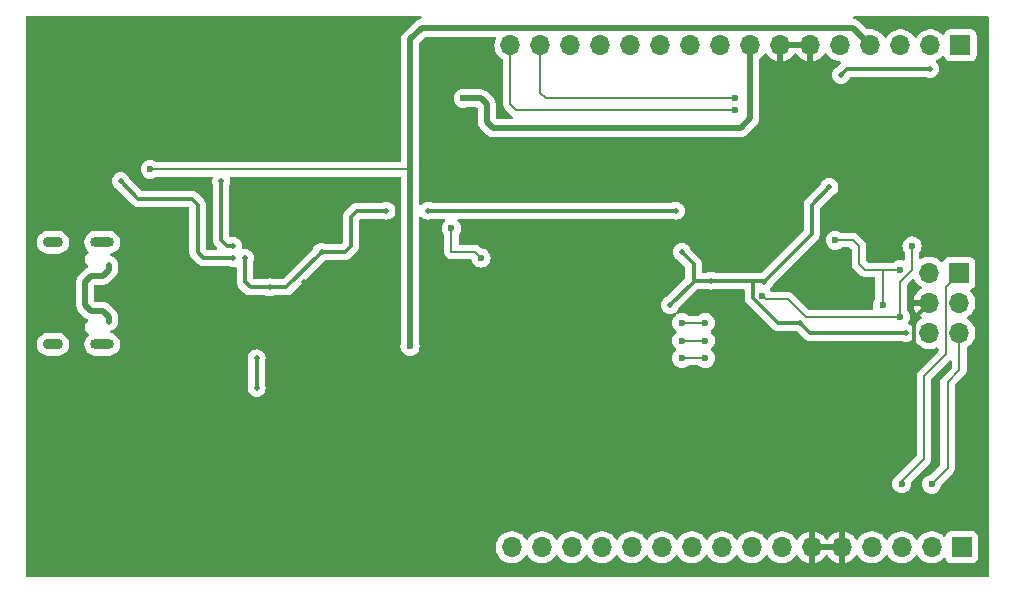
<source format=gbl>
%TF.GenerationSoftware,KiCad,Pcbnew,8.0.6*%
%TF.CreationDate,2025-04-05T02:38:06-04:00*%
%TF.ProjectId,intro_to_pcb,696e7472-6f5f-4746-9f5f-7063622e6b69,rev?*%
%TF.SameCoordinates,Original*%
%TF.FileFunction,Copper,L2,Bot*%
%TF.FilePolarity,Positive*%
%FSLAX46Y46*%
G04 Gerber Fmt 4.6, Leading zero omitted, Abs format (unit mm)*
G04 Created by KiCad (PCBNEW 8.0.6) date 2025-04-05 02:38:06*
%MOMM*%
%LPD*%
G01*
G04 APERTURE LIST*
%TA.AperFunction,ComponentPad*%
%ADD10O,1.700000X0.900000*%
%TD*%
%TA.AperFunction,ComponentPad*%
%ADD11O,2.000000X0.900000*%
%TD*%
%TA.AperFunction,ComponentPad*%
%ADD12R,1.700000X1.700000*%
%TD*%
%TA.AperFunction,ComponentPad*%
%ADD13O,1.700000X1.700000*%
%TD*%
%TA.AperFunction,ViaPad*%
%ADD14C,0.500000*%
%TD*%
%TA.AperFunction,ViaPad*%
%ADD15C,0.600000*%
%TD*%
%TA.AperFunction,Conductor*%
%ADD16C,0.500000*%
%TD*%
%TA.AperFunction,Conductor*%
%ADD17C,0.350000*%
%TD*%
%TA.AperFunction,Conductor*%
%ADD18C,0.200000*%
%TD*%
G04 APERTURE END LIST*
D10*
%TO.P,J1,S1,SHIELD*%
%TO.N,unconnected-(J1-SHIELD-PadS1)_3*%
X104260000Y-127320000D03*
D11*
X108430000Y-127320000D03*
D10*
X104260000Y-118680000D03*
D11*
X108430000Y-118680000D03*
%TD*%
D12*
%TO.P,J3,1,Pin_1*%
%TO.N,SPI_SS*%
X181200000Y-144500000D03*
D13*
%TO.P,J3,2,Pin_2*%
%TO.N,SPI_MOSI*%
X178660000Y-144500000D03*
%TO.P,J3,3,Pin_3*%
%TO.N,SPI_MISO*%
X176120000Y-144500000D03*
%TO.P,J3,4,Pin_4*%
%TO.N,SPI_SCK*%
X173580000Y-144500000D03*
%TO.P,J3,5,Pin_5*%
%TO.N,GND*%
X171040000Y-144500000D03*
%TO.P,J3,6,Pin_6*%
X168500000Y-144500000D03*
%TO.P,J3,7,Pin_7*%
%TO.N,GPIO_B1*%
X165960000Y-144500000D03*
%TO.P,J3,8,Pin_8*%
%TO.N,GPIO_B0*%
X163420000Y-144500000D03*
%TO.P,J3,9,Pin_9*%
%TO.N,GPIO_D7*%
X160880000Y-144500000D03*
%TO.P,J3,10,Pin_10*%
%TO.N,GPIO_D6*%
X158340000Y-144500000D03*
%TO.P,J3,11,Pin_11*%
%TO.N,GPIO_D5*%
X155800000Y-144500000D03*
%TO.P,J3,12,Pin_12*%
%TO.N,GPIO_D4*%
X153260000Y-144500000D03*
%TO.P,J3,13,Pin_13*%
%TO.N,GPIO_D3*%
X150720000Y-144500000D03*
%TO.P,J3,14,Pin_14*%
%TO.N,GPIO_D2*%
X148180000Y-144500000D03*
%TO.P,J3,15,Pin_15*%
%TO.N,USART_TXD*%
X145640000Y-144500000D03*
%TO.P,J3,16,Pin_16*%
%TO.N,USART_RXD*%
X143100000Y-144500000D03*
%TD*%
D12*
%TO.P,J4,1,Pin_1*%
%TO.N,SPI_MISO*%
X181000000Y-121275000D03*
D13*
%TO.P,J4,2,Pin_2*%
%TO.N,SPI_SCK*%
X178460000Y-121275000D03*
%TO.P,J4,3,Pin_3*%
%TO.N,RESET*%
X181000000Y-123815000D03*
%TO.P,J4,4,Pin_4*%
%TO.N,GND*%
X178460000Y-123815000D03*
%TO.P,J4,5,Pin_5*%
%TO.N,SPI_MOSI*%
X181000000Y-126355000D03*
%TO.P,J4,6,Pin_6*%
%TO.N,+5V*%
X178460000Y-126355000D03*
%TD*%
D12*
%TO.P,J2,1,Pin_1*%
%TO.N,unconnected-(J2-Pin_1-Pad1)*%
X181100000Y-102000000D03*
D13*
%TO.P,J2,2,Pin_2*%
%TO.N,+5V*%
X178560000Y-102000000D03*
%TO.P,J2,3,Pin_3*%
%TO.N,RESET*%
X176020000Y-102000000D03*
%TO.P,J2,4,Pin_4*%
%TO.N,+3.3V*%
X173480000Y-102000000D03*
%TO.P,J2,5,Pin_5*%
%TO.N,+5V*%
X170940000Y-102000000D03*
%TO.P,J2,6,Pin_6*%
%TO.N,GND*%
X168400000Y-102000000D03*
%TO.P,J2,7,Pin_7*%
X165860000Y-102000000D03*
%TO.P,J2,8,Pin_8*%
%TO.N,PWR_IN*%
X163320000Y-102000000D03*
%TO.P,J2,9,Pin_9*%
%TO.N,GPIO_C0*%
X160780000Y-102000000D03*
%TO.P,J2,10,Pin_10*%
%TO.N,GPIO_C1*%
X158240000Y-102000000D03*
%TO.P,J2,11,Pin_11*%
%TO.N,GPIO_C2*%
X155700000Y-102000000D03*
%TO.P,J2,12,Pin_12*%
%TO.N,GPIO_C3*%
X153160000Y-102000000D03*
%TO.P,J2,13,Pin_13*%
%TO.N,I2C_SDA*%
X150620000Y-102000000D03*
%TO.P,J2,14,Pin_14*%
%TO.N,I2C_SCL*%
X148080000Y-102000000D03*
%TO.P,J2,15,Pin_15*%
%TO.N,GPIO_C4*%
X145540000Y-102000000D03*
%TO.P,J2,16,Pin_16*%
%TO.N,GPIO_C5*%
X143000000Y-102000000D03*
%TD*%
D14*
%TO.N,PWR_IN*%
X109010000Y-120600000D03*
%TO.N,+5V*%
X170000000Y-114000000D03*
X120500000Y-120000000D03*
X121500000Y-131000000D03*
X121500000Y-128500000D03*
%TO.N,GND*%
X164500000Y-130500000D03*
%TO.N,+5V*%
X176500000Y-126355000D03*
X178500000Y-104000000D03*
X171000000Y-104500000D03*
%TO.N,GND*%
X117000000Y-121000000D03*
%TO.N,+5V*%
X119500000Y-119000000D03*
X119500000Y-120000000D03*
X157000000Y-116000000D03*
X136000000Y-116000000D03*
X132500000Y-116000000D03*
X164500000Y-122000000D03*
X167500000Y-125500000D03*
X156500000Y-124000000D03*
X160000000Y-121925000D03*
X157500000Y-119500000D03*
X110000000Y-113500000D03*
X118500000Y-113500000D03*
X127000000Y-119500000D03*
X122616116Y-122500000D03*
%TO.N,GND*%
X116500000Y-128500000D03*
X116500000Y-129500000D03*
X134000000Y-132000000D03*
X136500000Y-119500000D03*
X138010000Y-120490000D03*
X125500000Y-122000000D03*
X172730000Y-114730000D03*
X164000000Y-115000000D03*
X172000000Y-134000000D03*
X167500000Y-132500000D03*
X166000000Y-131000000D03*
X167500000Y-131000000D03*
X155800000Y-131300000D03*
X136700000Y-140200000D03*
X122300000Y-140200000D03*
X107700000Y-140200000D03*
X113500000Y-131000000D03*
X104225000Y-131275000D03*
X112510000Y-120510000D03*
X114920000Y-120580000D03*
X114920000Y-125920000D03*
X112510000Y-125990000D03*
X110500000Y-127500000D03*
X111000000Y-118500000D03*
X103500000Y-113500000D03*
X103500000Y-110500000D03*
X120500000Y-104000000D03*
D15*
%TO.N,SPI_MOSI*%
X178660000Y-139160000D03*
%TO.N,SPI_MISO*%
X176120000Y-139120000D03*
%TO.N,RESET*%
X177000000Y-119000000D03*
%TO.N,SPI_SCK*%
X174500000Y-124000000D03*
%TO.N,RESET*%
X176000000Y-125000000D03*
%TO.N,SPI_SCK*%
X176000000Y-121000000D03*
X170500000Y-118500000D03*
%TO.N,RESET*%
X164300000Y-123200000D03*
%TO.N,+3.3V*%
X112500000Y-112500000D03*
%TO.N,USART_RXD*%
X157500000Y-125500000D03*
%TO.N,USART_TXD*%
X157500000Y-127000000D03*
%TO.N,USART_RXD*%
X159500000Y-125500000D03*
%TO.N,USART_TXD*%
X159500000Y-127000000D03*
%TO.N,USART_RXD*%
X138000000Y-117500000D03*
X140500000Y-120000000D03*
%TO.N,PWR_IN*%
X139000000Y-106500000D03*
%TO.N,GPIO_C4*%
X162000000Y-106500000D03*
%TO.N,GPIO_C5*%
X162000000Y-107500000D03*
%TO.N,+3.3V*%
X134500000Y-127500000D03*
%TO.N,GPIO_D2*%
X157500000Y-128500000D03*
X159500000Y-128500000D03*
D14*
%TO.N,GND*%
X125000000Y-123000000D03*
%TO.N,PWR_IN*%
X109010000Y-125400000D03*
%TD*%
D16*
%TO.N,PWR_IN*%
X108500000Y-121500000D02*
X109010000Y-120990000D01*
X109010000Y-120990000D02*
X109010000Y-120600000D01*
X107000000Y-122000000D02*
X107500000Y-121500000D01*
X107500000Y-121500000D02*
X108500000Y-121500000D01*
X107000000Y-124000000D02*
X107000000Y-122000000D01*
X107500000Y-124500000D02*
X107000000Y-124000000D01*
X108500000Y-124500000D02*
X107500000Y-124500000D01*
X109010000Y-125010000D02*
X108500000Y-124500000D01*
X109010000Y-125400000D02*
X109010000Y-125010000D01*
D17*
%TO.N,+5V*%
X171500000Y-104000000D02*
X171000000Y-104500000D01*
X178500000Y-104000000D02*
X171500000Y-104000000D01*
X158500000Y-120500000D02*
X158500000Y-122000000D01*
X157500000Y-119500000D02*
X158500000Y-120500000D01*
X158500000Y-122000000D02*
X158575000Y-121925000D01*
X156500000Y-124000000D02*
X158500000Y-122000000D01*
X158575000Y-121925000D02*
X160000000Y-121925000D01*
%TO.N,GND*%
X177125000Y-125150000D02*
X177125000Y-128375000D01*
X178460000Y-123815000D02*
X177125000Y-125150000D01*
%TO.N,+5V*%
X168500000Y-118000000D02*
X168500000Y-115500000D01*
X164500000Y-122000000D02*
X168500000Y-118000000D01*
X165645405Y-125500000D02*
X163500000Y-123354595D01*
X163500000Y-121925000D02*
X164425000Y-121925000D01*
X160000000Y-121925000D02*
X163500000Y-121925000D01*
X167500000Y-125500000D02*
X165645405Y-125500000D01*
X163500000Y-123354595D02*
X163500000Y-121925000D01*
X168355000Y-126355000D02*
X167500000Y-125500000D01*
X176500000Y-126355000D02*
X168355000Y-126355000D01*
X124000000Y-122500000D02*
X127000000Y-119500000D01*
X122616116Y-122500000D02*
X124000000Y-122500000D01*
X120500000Y-122000000D02*
X120500000Y-120000000D01*
X121000000Y-122500000D02*
X120500000Y-122000000D01*
X122616116Y-122500000D02*
X121000000Y-122500000D01*
X121500000Y-128500000D02*
X121500000Y-131000000D01*
X119000000Y-119000000D02*
X119500000Y-119000000D01*
X118500000Y-118500000D02*
X119000000Y-119000000D01*
X118500000Y-113500000D02*
X118500000Y-118500000D01*
X119000000Y-120000000D02*
X119500000Y-120000000D01*
X116500000Y-119500000D02*
X117000000Y-120000000D01*
X116000000Y-115000000D02*
X116500000Y-115500000D01*
X116500000Y-115500000D02*
X116500000Y-119500000D01*
X117000000Y-120000000D02*
X119000000Y-120000000D01*
X111500000Y-115000000D02*
X116000000Y-115000000D01*
X110000000Y-113500000D02*
X111500000Y-115000000D01*
X136000000Y-116000000D02*
X157000000Y-116000000D01*
X130500000Y-116000000D02*
X132500000Y-116000000D01*
X130000000Y-116000000D02*
X130500000Y-116000000D01*
X129500000Y-116500000D02*
X130000000Y-116000000D01*
X129500000Y-119000000D02*
X129500000Y-116500000D01*
X127000000Y-119500000D02*
X129000000Y-119500000D01*
X129000000Y-119500000D02*
X129500000Y-119000000D01*
X164425000Y-121925000D02*
X164500000Y-122000000D01*
D18*
%TO.N,RESET*%
X166500000Y-123500000D02*
X164600000Y-123500000D01*
X168000000Y-125000000D02*
X166500000Y-123500000D01*
X176000000Y-125000000D02*
X168000000Y-125000000D01*
X164600000Y-123500000D02*
X164300000Y-123200000D01*
%TO.N,SPI_MOSI*%
X181000000Y-129500000D02*
X181000000Y-126355000D01*
X180000000Y-137820000D02*
X180000000Y-130500000D01*
X180000000Y-130500000D02*
X181000000Y-129500000D01*
X178660000Y-139160000D02*
X180000000Y-137820000D01*
%TO.N,SPI_MISO*%
X178000000Y-137000000D02*
X176120000Y-138880000D01*
X178000000Y-130000000D02*
X178000000Y-137000000D01*
X176120000Y-138880000D02*
X176120000Y-139120000D01*
X179850000Y-128150000D02*
X178000000Y-130000000D01*
X181000000Y-121275000D02*
X179850000Y-122425000D01*
X179850000Y-122425000D02*
X179850000Y-128150000D01*
%TO.N,RESET*%
X177000000Y-121000000D02*
X177000000Y-119000000D01*
X176000000Y-122000000D02*
X177000000Y-121000000D01*
X176000000Y-125000000D02*
X176000000Y-122000000D01*
%TO.N,SPI_SCK*%
X174500000Y-123456802D02*
X174500000Y-124000000D01*
X174500000Y-123000000D02*
X174500000Y-123456802D01*
X174500000Y-122500000D02*
X174500000Y-123000000D01*
X174500000Y-121000000D02*
X174500000Y-122500000D01*
X174500000Y-121000000D02*
X173000000Y-121000000D01*
X176000000Y-121000000D02*
X174500000Y-121000000D01*
X172500000Y-119000000D02*
X172000000Y-118500000D01*
X172000000Y-118500000D02*
X170500000Y-118500000D01*
X172500000Y-119500000D02*
X172500000Y-119000000D01*
X173000000Y-121000000D02*
X172500000Y-120500000D01*
X172500000Y-120500000D02*
X172500000Y-119500000D01*
D16*
%TO.N,+3.3V*%
X134500000Y-112500000D02*
X134500000Y-101500000D01*
D18*
X112500000Y-112500000D02*
X134500000Y-112500000D01*
D16*
X134500000Y-127500000D02*
X134500000Y-112500000D01*
D18*
%TO.N,USART_RXD*%
X159500000Y-125500000D02*
X157500000Y-125500000D01*
%TO.N,USART_TXD*%
X159500000Y-127000000D02*
X157500000Y-127000000D01*
%TO.N,USART_RXD*%
X138000000Y-119500000D02*
X138000000Y-117500000D01*
X139500000Y-119500000D02*
X138000000Y-119500000D01*
X140000000Y-119500000D02*
X139500000Y-119500000D01*
X140500000Y-120000000D02*
X140000000Y-119500000D01*
D16*
%TO.N,PWR_IN*%
X162500000Y-109000000D02*
X163320000Y-108180000D01*
X163320000Y-108180000D02*
X163320000Y-102000000D01*
X141000000Y-108500000D02*
X141500000Y-109000000D01*
X141000000Y-107000000D02*
X141000000Y-108500000D01*
X140500000Y-106500000D02*
X141000000Y-107000000D01*
X139000000Y-106500000D02*
X140500000Y-106500000D01*
X141500000Y-109000000D02*
X162500000Y-109000000D01*
D18*
%TO.N,GPIO_C5*%
X143000000Y-107000000D02*
X143000000Y-102000000D01*
X143500000Y-107500000D02*
X143000000Y-107000000D01*
X162000000Y-107500000D02*
X143500000Y-107500000D01*
%TO.N,GPIO_C4*%
X146000000Y-106500000D02*
X145540000Y-106040000D01*
X145540000Y-106040000D02*
X145540000Y-102000000D01*
X162000000Y-106500000D02*
X146000000Y-106500000D01*
D16*
%TO.N,+3.3V*%
X134500000Y-101500000D02*
X135500000Y-100500000D01*
X135500000Y-100500000D02*
X171980000Y-100500000D01*
X171980000Y-100500000D02*
X173480000Y-102000000D01*
D18*
%TO.N,GPIO_D2*%
X159500000Y-128500000D02*
X157500000Y-128500000D01*
D17*
%TO.N,+5V*%
X168500000Y-115500000D02*
X170000000Y-114000000D01*
%TD*%
%TA.AperFunction,Conductor*%
%TO.N,GND*%
G36*
X170574075Y-144307007D02*
G01*
X170540000Y-144434174D01*
X170540000Y-144565826D01*
X170574075Y-144692993D01*
X170609297Y-144754000D01*
X168930703Y-144754000D01*
X168965925Y-144692993D01*
X169000000Y-144565826D01*
X169000000Y-144434174D01*
X168965925Y-144307007D01*
X168930703Y-144246000D01*
X170609297Y-144246000D01*
X170574075Y-144307007D01*
G37*
%TD.AperFunction*%
%TA.AperFunction,Conductor*%
G36*
X177164960Y-121799754D02*
G01*
X177221796Y-121842301D01*
X177236315Y-121867196D01*
X177261139Y-121923790D01*
X177384275Y-122112265D01*
X177384279Y-122112270D01*
X177493054Y-122230429D01*
X177531539Y-122272235D01*
X177536762Y-122277908D01*
X177536766Y-122277911D01*
X177714424Y-122416189D01*
X177748205Y-122434470D01*
X177798596Y-122484482D01*
X177813949Y-122553799D01*
X177789389Y-122620412D01*
X177748209Y-122656096D01*
X177714704Y-122674228D01*
X177714698Y-122674232D01*
X177537097Y-122812465D01*
X177384674Y-122978041D01*
X177261580Y-123166451D01*
X177171179Y-123372543D01*
X177171176Y-123372550D01*
X177123455Y-123560999D01*
X177123456Y-123561000D01*
X178029297Y-123561000D01*
X177994075Y-123622007D01*
X177960000Y-123749174D01*
X177960000Y-123880826D01*
X177994075Y-124007993D01*
X178029297Y-124069000D01*
X177123455Y-124069000D01*
X177171176Y-124257449D01*
X177171179Y-124257456D01*
X177261580Y-124463548D01*
X177384674Y-124651958D01*
X177537097Y-124817534D01*
X177714698Y-124955767D01*
X177714704Y-124955771D01*
X177748207Y-124973902D01*
X177798597Y-125023915D01*
X177813949Y-125093232D01*
X177789388Y-125159845D01*
X177748207Y-125195528D01*
X177714430Y-125213807D01*
X177714424Y-125213811D01*
X177536762Y-125352091D01*
X177384279Y-125517729D01*
X177384275Y-125517734D01*
X177261140Y-125706207D01*
X177232391Y-125771748D01*
X177186709Y-125826096D01*
X177118896Y-125847119D01*
X177050483Y-125828142D01*
X177027909Y-125810228D01*
X176975912Y-125758231D01*
X176831183Y-125667291D01*
X176737982Y-125634678D01*
X176680290Y-125593299D01*
X176654128Y-125527299D01*
X176667802Y-125457631D01*
X176672896Y-125448737D01*
X176733043Y-125353015D01*
X176793217Y-125181047D01*
X176813616Y-125000000D01*
X176793217Y-124818953D01*
X176733043Y-124646985D01*
X176733041Y-124646982D01*
X176733041Y-124646981D01*
X176636116Y-124492725D01*
X176635992Y-124492570D01*
X176635943Y-124492450D01*
X176632347Y-124486727D01*
X176633349Y-124486097D01*
X176609155Y-124426841D01*
X176608500Y-124414006D01*
X176608500Y-122304239D01*
X176628502Y-122236118D01*
X176645400Y-122215148D01*
X177031834Y-121828713D01*
X177094145Y-121794690D01*
X177164960Y-121799754D01*
G37*
%TD.AperFunction*%
%TA.AperFunction,Conductor*%
G36*
X135428217Y-99520002D02*
G01*
X135474710Y-99573658D01*
X135484814Y-99643932D01*
X135455320Y-99708512D01*
X135395594Y-99746896D01*
X135384678Y-99749579D01*
X135278753Y-99770649D01*
X135278750Y-99770650D01*
X135140716Y-99827826D01*
X135016486Y-99910833D01*
X135016480Y-99910838D01*
X133910837Y-101016481D01*
X133910832Y-101016488D01*
X133827826Y-101140715D01*
X133770650Y-101278750D01*
X133770649Y-101278753D01*
X133741500Y-101425290D01*
X133741500Y-111765500D01*
X133721498Y-111833621D01*
X133667842Y-111880114D01*
X133615500Y-111891500D01*
X113085994Y-111891500D01*
X113017873Y-111871498D01*
X113007430Y-111864008D01*
X113007274Y-111863883D01*
X112853018Y-111766958D01*
X112853015Y-111766957D01*
X112681050Y-111706784D01*
X112681049Y-111706783D01*
X112681047Y-111706783D01*
X112500000Y-111686384D01*
X112318953Y-111706783D01*
X112318950Y-111706783D01*
X112318949Y-111706784D01*
X112146984Y-111766957D01*
X112146981Y-111766958D01*
X111992720Y-111863887D01*
X111992718Y-111863888D01*
X111863888Y-111992718D01*
X111863887Y-111992720D01*
X111766958Y-112146981D01*
X111766957Y-112146984D01*
X111766957Y-112146985D01*
X111706783Y-112318953D01*
X111686384Y-112500000D01*
X111706783Y-112681047D01*
X111706783Y-112681049D01*
X111706784Y-112681050D01*
X111766957Y-112853015D01*
X111766958Y-112853018D01*
X111863887Y-113007279D01*
X111863888Y-113007281D01*
X111992718Y-113136111D01*
X111992720Y-113136112D01*
X112146981Y-113233041D01*
X112146982Y-113233041D01*
X112146985Y-113233043D01*
X112318953Y-113293217D01*
X112500000Y-113313616D01*
X112681047Y-113293217D01*
X112853015Y-113233043D01*
X112955230Y-113168817D01*
X113007274Y-113136116D01*
X113007279Y-113136112D01*
X113007281Y-113136111D01*
X113007283Y-113136108D01*
X113007430Y-113135992D01*
X113007549Y-113135943D01*
X113013273Y-113132347D01*
X113013902Y-113133349D01*
X113073159Y-113109155D01*
X113085994Y-113108500D01*
X117655817Y-113108500D01*
X117723938Y-113128502D01*
X117770431Y-113182158D01*
X117780535Y-113252432D01*
X117774747Y-113276109D01*
X117762087Y-113312291D01*
X117755837Y-113330153D01*
X117736701Y-113500000D01*
X117755837Y-113669848D01*
X117809429Y-113823005D01*
X117816500Y-113864620D01*
X117816500Y-118567321D01*
X117832346Y-118646984D01*
X117842766Y-118699369D01*
X117872948Y-118772235D01*
X117894290Y-118823759D01*
X117926188Y-118871498D01*
X117947449Y-118903317D01*
X117969090Y-118935705D01*
X117969095Y-118935711D01*
X118134789Y-119101405D01*
X118168815Y-119163717D01*
X118163750Y-119234532D01*
X118121203Y-119291368D01*
X118054683Y-119316179D01*
X118045694Y-119316500D01*
X117335305Y-119316500D01*
X117267184Y-119296498D01*
X117246210Y-119279595D01*
X117220405Y-119253790D01*
X117186379Y-119191478D01*
X117183500Y-119164695D01*
X117183500Y-115432683D01*
X117183499Y-115432676D01*
X117177642Y-115403229D01*
X117157234Y-115300631D01*
X117108080Y-115181963D01*
X117106403Y-115177278D01*
X117030909Y-115064294D01*
X116935706Y-114969091D01*
X116435706Y-114469091D01*
X116385742Y-114435706D01*
X116323759Y-114394290D01*
X116272235Y-114372948D01*
X116199369Y-114342766D01*
X116067321Y-114316500D01*
X116067319Y-114316500D01*
X111835305Y-114316500D01*
X111767184Y-114296498D01*
X111746210Y-114279595D01*
X110736183Y-113269568D01*
X110706349Y-113222089D01*
X110687709Y-113168817D01*
X110596771Y-113024091D01*
X110596769Y-113024089D01*
X110596768Y-113024087D01*
X110475912Y-112903231D01*
X110331182Y-112812290D01*
X110231270Y-112777330D01*
X110169850Y-112755838D01*
X110169848Y-112755837D01*
X110169850Y-112755837D01*
X110000000Y-112736701D01*
X109830151Y-112755837D01*
X109668817Y-112812290D01*
X109524087Y-112903231D01*
X109403231Y-113024087D01*
X109312290Y-113168817D01*
X109255837Y-113330151D01*
X109236701Y-113500000D01*
X109255837Y-113669848D01*
X109312290Y-113831182D01*
X109403231Y-113975912D01*
X109524087Y-114096768D01*
X109524089Y-114096769D01*
X109524091Y-114096771D01*
X109668817Y-114187709D01*
X109722089Y-114206349D01*
X109769568Y-114236183D01*
X110969091Y-115435706D01*
X111064294Y-115530909D01*
X111176241Y-115605710D01*
X111212669Y-115620798D01*
X111212672Y-115620800D01*
X111212673Y-115620800D01*
X111283465Y-115650124D01*
X111300630Y-115657234D01*
X111432681Y-115683500D01*
X111567318Y-115683500D01*
X115664695Y-115683500D01*
X115732816Y-115703502D01*
X115753790Y-115720405D01*
X115779595Y-115746210D01*
X115813621Y-115808522D01*
X115816500Y-115835305D01*
X115816500Y-119567321D01*
X115832346Y-119646984D01*
X115842766Y-119699369D01*
X115871827Y-119769529D01*
X115894290Y-119823759D01*
X115940058Y-119892256D01*
X115960717Y-119923174D01*
X115963827Y-119927829D01*
X115969091Y-119935706D01*
X116469091Y-120435706D01*
X116564294Y-120530909D01*
X116676241Y-120605710D01*
X116726945Y-120626712D01*
X116726946Y-120626713D01*
X116800623Y-120657231D01*
X116800624Y-120657231D01*
X116800631Y-120657234D01*
X116932681Y-120683500D01*
X118932681Y-120683500D01*
X119135379Y-120683500D01*
X119176994Y-120690571D01*
X119255541Y-120718055D01*
X119330150Y-120744162D01*
X119330149Y-120744162D01*
X119348327Y-120746210D01*
X119500000Y-120763299D01*
X119651673Y-120746210D01*
X119676393Y-120743425D01*
X119746325Y-120755675D01*
X119798533Y-120803788D01*
X119816500Y-120868633D01*
X119816500Y-122067321D01*
X119825440Y-122112265D01*
X119842766Y-122199369D01*
X119872948Y-122272235D01*
X119894290Y-122323759D01*
X119945840Y-122400909D01*
X119969091Y-122435706D01*
X120469091Y-122935706D01*
X120564294Y-123030909D01*
X120676241Y-123105710D01*
X120727765Y-123127051D01*
X120800631Y-123157234D01*
X120932681Y-123183500D01*
X122251495Y-123183500D01*
X122293110Y-123190571D01*
X122371657Y-123218055D01*
X122446266Y-123244162D01*
X122446265Y-123244162D01*
X122463464Y-123246099D01*
X122616116Y-123263299D01*
X122785966Y-123244162D01*
X122860574Y-123218055D01*
X122939122Y-123190571D01*
X122980737Y-123183500D01*
X124067318Y-123183500D01*
X124067319Y-123183500D01*
X124199369Y-123157234D01*
X124272235Y-123127051D01*
X124323759Y-123105710D01*
X124435706Y-123030909D01*
X124530909Y-122935706D01*
X127230431Y-120236182D01*
X127277911Y-120206349D01*
X127323008Y-120190570D01*
X127364621Y-120183500D01*
X129067318Y-120183500D01*
X129067319Y-120183500D01*
X129199369Y-120157234D01*
X129272235Y-120127051D01*
X129323759Y-120105710D01*
X129435706Y-120030909D01*
X129530909Y-119935706D01*
X130030909Y-119435706D01*
X130052551Y-119403317D01*
X130105710Y-119323759D01*
X130129238Y-119266957D01*
X130157234Y-119199369D01*
X130183500Y-119067319D01*
X130183500Y-118932681D01*
X130183500Y-116835305D01*
X130203502Y-116767184D01*
X130220405Y-116746210D01*
X130246210Y-116720405D01*
X130308522Y-116686379D01*
X130335305Y-116683500D01*
X130432681Y-116683500D01*
X132135379Y-116683500D01*
X132176994Y-116690571D01*
X132228611Y-116708632D01*
X132330150Y-116744162D01*
X132330149Y-116744162D01*
X132347348Y-116746099D01*
X132500000Y-116763299D01*
X132669850Y-116744162D01*
X132831183Y-116687709D01*
X132975909Y-116596771D01*
X133096771Y-116475909D01*
X133187709Y-116331183D01*
X133244162Y-116169850D01*
X133263299Y-116000000D01*
X133244162Y-115830150D01*
X133187709Y-115668817D01*
X133096771Y-115524091D01*
X133096769Y-115524089D01*
X133096768Y-115524087D01*
X132975913Y-115403232D01*
X132975910Y-115403230D01*
X132975909Y-115403229D01*
X132879687Y-115342768D01*
X132831182Y-115312290D01*
X132731270Y-115277330D01*
X132669850Y-115255838D01*
X132669848Y-115255837D01*
X132669850Y-115255837D01*
X132500000Y-115236701D01*
X132330151Y-115255837D01*
X132176994Y-115309429D01*
X132135379Y-115316500D01*
X129932678Y-115316500D01*
X129800630Y-115342766D01*
X129800625Y-115342768D01*
X129727765Y-115372948D01*
X129676241Y-115394290D01*
X129614258Y-115435706D01*
X129564294Y-115469090D01*
X129427676Y-115605709D01*
X129064294Y-115969091D01*
X129033385Y-116000000D01*
X128969090Y-116064294D01*
X128894291Y-116176239D01*
X128884710Y-116199370D01*
X128842768Y-116300625D01*
X128842766Y-116300632D01*
X128818391Y-116423174D01*
X128818390Y-116423177D01*
X128816500Y-116432673D01*
X128816500Y-118664695D01*
X128796498Y-118732816D01*
X128779595Y-118753790D01*
X128753790Y-118779595D01*
X128691478Y-118813621D01*
X128664695Y-118816500D01*
X127364621Y-118816500D01*
X127323006Y-118809429D01*
X127169847Y-118755837D01*
X127169850Y-118755837D01*
X127000000Y-118736701D01*
X126830151Y-118755837D01*
X126668817Y-118812290D01*
X126524087Y-118903231D01*
X126403231Y-119024087D01*
X126312291Y-119168816D01*
X126293649Y-119222090D01*
X126263815Y-119269568D01*
X123753790Y-121779595D01*
X123691478Y-121813620D01*
X123664695Y-121816500D01*
X122980737Y-121816500D01*
X122939122Y-121809429D01*
X122785963Y-121755837D01*
X122785966Y-121755837D01*
X122616116Y-121736701D01*
X122446267Y-121755837D01*
X122293110Y-121809429D01*
X122251495Y-121816500D01*
X121335305Y-121816500D01*
X121267184Y-121796498D01*
X121246210Y-121779595D01*
X121220405Y-121753790D01*
X121186379Y-121691478D01*
X121183500Y-121664695D01*
X121183500Y-120364620D01*
X121190571Y-120323005D01*
X121219367Y-120240710D01*
X121244162Y-120169850D01*
X121263299Y-120000000D01*
X121244162Y-119830150D01*
X121187709Y-119668817D01*
X121096771Y-119524091D01*
X121096769Y-119524089D01*
X121096768Y-119524087D01*
X120975912Y-119403231D01*
X120831182Y-119312290D01*
X120731270Y-119277330D01*
X120669850Y-119255838D01*
X120669848Y-119255837D01*
X120669850Y-119255837D01*
X120517198Y-119238638D01*
X120500000Y-119236701D01*
X120499999Y-119236701D01*
X120390247Y-119249066D01*
X120320315Y-119236816D01*
X120268108Y-119188703D01*
X120250200Y-119120002D01*
X120250933Y-119109751D01*
X120263299Y-119000000D01*
X120244162Y-118830150D01*
X120187709Y-118668817D01*
X120096771Y-118524091D01*
X120096769Y-118524089D01*
X120096768Y-118524087D01*
X119975912Y-118403231D01*
X119971430Y-118400415D01*
X119913297Y-118363887D01*
X119831182Y-118312290D01*
X119701626Y-118266957D01*
X119669850Y-118255838D01*
X119669848Y-118255837D01*
X119669850Y-118255837D01*
X119517198Y-118238638D01*
X119500000Y-118236701D01*
X119499999Y-118236701D01*
X119323606Y-118256574D01*
X119253674Y-118244324D01*
X119201467Y-118196211D01*
X119183500Y-118131366D01*
X119183500Y-113864620D01*
X119190571Y-113823005D01*
X119225882Y-113722090D01*
X119244162Y-113669850D01*
X119263299Y-113500000D01*
X119244162Y-113330150D01*
X119225253Y-113276113D01*
X119221634Y-113205211D01*
X119256923Y-113143606D01*
X119319916Y-113110859D01*
X119344183Y-113108500D01*
X133615500Y-113108500D01*
X133683621Y-113128502D01*
X133730114Y-113182158D01*
X133741500Y-113234500D01*
X133741500Y-127198329D01*
X133734430Y-127239940D01*
X133706783Y-127318953D01*
X133686384Y-127500000D01*
X133706783Y-127681047D01*
X133706783Y-127681049D01*
X133706784Y-127681050D01*
X133766957Y-127853015D01*
X133766958Y-127853018D01*
X133863887Y-128007279D01*
X133863888Y-128007281D01*
X133992718Y-128136111D01*
X133992720Y-128136112D01*
X134146981Y-128233041D01*
X134146982Y-128233041D01*
X134146985Y-128233043D01*
X134318953Y-128293217D01*
X134500000Y-128313616D01*
X134681047Y-128293217D01*
X134853015Y-128233043D01*
X135007281Y-128136111D01*
X135136111Y-128007281D01*
X135233043Y-127853015D01*
X135293217Y-127681047D01*
X135313616Y-127500000D01*
X135293217Y-127318953D01*
X135265569Y-127239940D01*
X135258500Y-127198329D01*
X135258500Y-124000000D01*
X155736701Y-124000000D01*
X155755837Y-124169848D01*
X155812290Y-124331182D01*
X155903231Y-124475912D01*
X156024087Y-124596768D01*
X156024089Y-124596769D01*
X156024091Y-124596771D01*
X156168817Y-124687709D01*
X156330150Y-124744162D01*
X156330149Y-124744162D01*
X156347348Y-124746099D01*
X156500000Y-124763299D01*
X156669850Y-124744162D01*
X156829617Y-124688256D01*
X156900519Y-124684637D01*
X156962124Y-124719926D01*
X156994871Y-124782919D01*
X156988363Y-124853617D01*
X156960326Y-124896281D01*
X156863886Y-124992721D01*
X156766958Y-125146981D01*
X156766957Y-125146984D01*
X156711542Y-125305353D01*
X156706783Y-125318953D01*
X156686384Y-125500000D01*
X156706783Y-125681047D01*
X156706783Y-125681049D01*
X156706784Y-125681050D01*
X156766957Y-125853015D01*
X156766958Y-125853018D01*
X156863887Y-126007279D01*
X156863888Y-126007281D01*
X156992717Y-126136110D01*
X157004180Y-126143313D01*
X157051217Y-126196492D01*
X157062037Y-126266660D01*
X157033203Y-126331538D01*
X157004180Y-126356687D01*
X156992717Y-126363889D01*
X156863888Y-126492718D01*
X156863887Y-126492720D01*
X156766958Y-126646981D01*
X156766957Y-126646984D01*
X156714251Y-126797612D01*
X156706783Y-126818953D01*
X156686384Y-127000000D01*
X156706783Y-127181047D01*
X156706783Y-127181049D01*
X156706784Y-127181050D01*
X156766957Y-127353015D01*
X156766958Y-127353018D01*
X156863887Y-127507279D01*
X156863888Y-127507281D01*
X156992717Y-127636110D01*
X157004180Y-127643313D01*
X157051217Y-127696492D01*
X157062037Y-127766660D01*
X157033203Y-127831538D01*
X157004180Y-127856687D01*
X156992717Y-127863889D01*
X156863888Y-127992718D01*
X156863887Y-127992720D01*
X156766958Y-128146981D01*
X156766957Y-128146984D01*
X156708651Y-128313615D01*
X156706783Y-128318953D01*
X156686384Y-128500000D01*
X156706783Y-128681047D01*
X156706783Y-128681049D01*
X156706784Y-128681050D01*
X156766957Y-128853015D01*
X156766958Y-128853018D01*
X156863887Y-129007279D01*
X156863888Y-129007281D01*
X156992718Y-129136111D01*
X156992720Y-129136112D01*
X157146981Y-129233041D01*
X157146982Y-129233041D01*
X157146985Y-129233043D01*
X157318953Y-129293217D01*
X157500000Y-129313616D01*
X157681047Y-129293217D01*
X157853015Y-129233043D01*
X157877767Y-129217489D01*
X158007274Y-129136116D01*
X158007279Y-129136112D01*
X158007281Y-129136111D01*
X158007283Y-129136108D01*
X158007430Y-129135992D01*
X158007549Y-129135943D01*
X158013273Y-129132347D01*
X158013902Y-129133349D01*
X158073159Y-129109155D01*
X158085994Y-129108500D01*
X158914006Y-129108500D01*
X158982127Y-129128502D01*
X158992570Y-129135992D01*
X158992725Y-129136116D01*
X159146981Y-129233041D01*
X159146982Y-129233041D01*
X159146985Y-129233043D01*
X159318953Y-129293217D01*
X159500000Y-129313616D01*
X159681047Y-129293217D01*
X159853015Y-129233043D01*
X160007281Y-129136111D01*
X160136111Y-129007281D01*
X160233043Y-128853015D01*
X160293217Y-128681047D01*
X160313616Y-128500000D01*
X160293217Y-128318953D01*
X160233043Y-128146985D01*
X160233041Y-128146982D01*
X160233041Y-128146981D01*
X160136112Y-127992720D01*
X160136111Y-127992718D01*
X160007279Y-127863886D01*
X159995822Y-127856688D01*
X159948783Y-127803511D01*
X159937962Y-127733344D01*
X159966793Y-127668465D01*
X159995822Y-127643312D01*
X160007279Y-127636113D01*
X160136111Y-127507281D01*
X160136112Y-127507279D01*
X160143081Y-127496189D01*
X160233043Y-127353015D01*
X160293217Y-127181047D01*
X160313616Y-127000000D01*
X160293217Y-126818953D01*
X160233043Y-126646985D01*
X160233041Y-126646982D01*
X160233041Y-126646981D01*
X160136112Y-126492720D01*
X160136111Y-126492718D01*
X160007279Y-126363886D01*
X159995822Y-126356688D01*
X159948783Y-126303511D01*
X159937962Y-126233344D01*
X159966793Y-126168465D01*
X159995822Y-126143312D01*
X160007279Y-126136113D01*
X160136111Y-126007281D01*
X160136112Y-126007279D01*
X160142714Y-125996773D01*
X160233043Y-125853015D01*
X160293217Y-125681047D01*
X160313616Y-125500000D01*
X160293217Y-125318953D01*
X160233043Y-125146985D01*
X160233041Y-125146982D01*
X160233041Y-125146981D01*
X160136112Y-124992720D01*
X160136111Y-124992718D01*
X160007281Y-124863888D01*
X160007279Y-124863887D01*
X159853018Y-124766958D01*
X159853015Y-124766957D01*
X159681050Y-124706784D01*
X159681049Y-124706783D01*
X159681047Y-124706783D01*
X159500000Y-124686384D01*
X159318953Y-124706783D01*
X159318950Y-124706783D01*
X159318949Y-124706784D01*
X159146984Y-124766957D01*
X159146981Y-124766958D01*
X158992725Y-124863883D01*
X158992570Y-124864008D01*
X158992450Y-124864056D01*
X158986727Y-124867653D01*
X158986097Y-124866650D01*
X158926841Y-124890845D01*
X158914006Y-124891500D01*
X158085994Y-124891500D01*
X158017873Y-124871498D01*
X158007430Y-124864008D01*
X158007274Y-124863883D01*
X157853018Y-124766958D01*
X157853015Y-124766957D01*
X157681050Y-124706784D01*
X157681049Y-124706783D01*
X157681047Y-124706783D01*
X157500000Y-124686384D01*
X157318953Y-124706783D01*
X157318950Y-124706783D01*
X157318949Y-124706784D01*
X157143097Y-124768317D01*
X157072192Y-124771936D01*
X157010587Y-124736647D01*
X156977841Y-124673654D01*
X156984349Y-124602956D01*
X157012385Y-124560294D01*
X157096771Y-124475909D01*
X157187709Y-124331183D01*
X157206349Y-124277910D01*
X157236180Y-124230433D01*
X158821212Y-122645402D01*
X158883522Y-122611379D01*
X158910305Y-122608500D01*
X159635379Y-122608500D01*
X159676994Y-122615571D01*
X159755541Y-122643055D01*
X159830150Y-122669162D01*
X159830149Y-122669162D01*
X159847348Y-122671099D01*
X160000000Y-122688299D01*
X160169850Y-122669162D01*
X160244458Y-122643055D01*
X160323006Y-122615571D01*
X160364621Y-122608500D01*
X162690500Y-122608500D01*
X162758621Y-122628502D01*
X162805114Y-122682158D01*
X162816500Y-122734500D01*
X162816500Y-123421916D01*
X162842766Y-123553962D01*
X162842768Y-123553970D01*
X162865355Y-123608497D01*
X162865355Y-123608499D01*
X162865356Y-123608499D01*
X162865356Y-123608500D01*
X162894290Y-123678354D01*
X162894291Y-123678355D01*
X162932055Y-123734873D01*
X162969090Y-123790300D01*
X162969095Y-123790306D01*
X165114496Y-125935706D01*
X165209699Y-126030909D01*
X165321646Y-126105710D01*
X165356455Y-126120128D01*
X165356456Y-126120128D01*
X165356457Y-126120129D01*
X165446028Y-126157231D01*
X165446029Y-126157231D01*
X165446036Y-126157234D01*
X165578086Y-126183500D01*
X167135379Y-126183500D01*
X167176992Y-126190570D01*
X167222088Y-126206349D01*
X167269570Y-126236184D01*
X167819680Y-126786294D01*
X167819701Y-126786317D01*
X167919288Y-126885904D01*
X167919294Y-126885909D01*
X168031241Y-126960710D01*
X168082765Y-126982051D01*
X168155631Y-127012234D01*
X168261413Y-127033274D01*
X168261414Y-127033275D01*
X168267936Y-127034572D01*
X168287681Y-127038500D01*
X168287682Y-127038500D01*
X168422319Y-127038500D01*
X176135379Y-127038500D01*
X176176994Y-127045571D01*
X176255541Y-127073055D01*
X176330150Y-127099162D01*
X176330149Y-127099162D01*
X176347348Y-127101099D01*
X176500000Y-127118299D01*
X176669850Y-127099162D01*
X176831183Y-127042709D01*
X176975909Y-126951771D01*
X177027910Y-126899769D01*
X177090220Y-126865746D01*
X177161035Y-126870810D01*
X177217872Y-126913356D01*
X177232391Y-126938251D01*
X177261140Y-127003792D01*
X177384275Y-127192265D01*
X177384279Y-127192270D01*
X177428167Y-127239944D01*
X177532257Y-127353015D01*
X177536762Y-127357908D01*
X177591331Y-127400381D01*
X177714424Y-127496189D01*
X177912426Y-127603342D01*
X177912427Y-127603342D01*
X177912428Y-127603343D01*
X178007532Y-127635992D01*
X178125365Y-127676444D01*
X178347431Y-127713500D01*
X178347435Y-127713500D01*
X178572565Y-127713500D01*
X178572569Y-127713500D01*
X178794635Y-127676444D01*
X179007574Y-127603342D01*
X179055532Y-127577388D01*
X179124960Y-127562558D01*
X179191386Y-127587617D01*
X179233720Y-127644612D01*
X179241500Y-127688202D01*
X179241500Y-127845760D01*
X179221498Y-127913881D01*
X179204595Y-127934855D01*
X177513083Y-129626366D01*
X177513075Y-129626376D01*
X177432967Y-129765127D01*
X177432968Y-129765128D01*
X177391500Y-129919890D01*
X177391500Y-136695760D01*
X177371498Y-136763881D01*
X177354595Y-136784855D01*
X175738035Y-138401414D01*
X175715978Y-138419005D01*
X175612717Y-138483889D01*
X175483888Y-138612718D01*
X175483887Y-138612720D01*
X175386958Y-138766981D01*
X175386957Y-138766984D01*
X175372961Y-138806984D01*
X175326783Y-138938953D01*
X175306384Y-139120000D01*
X175326783Y-139301047D01*
X175326783Y-139301049D01*
X175326784Y-139301050D01*
X175386957Y-139473015D01*
X175386958Y-139473018D01*
X175483887Y-139627279D01*
X175483888Y-139627281D01*
X175612718Y-139756111D01*
X175612720Y-139756112D01*
X175766981Y-139853041D01*
X175766982Y-139853041D01*
X175766985Y-139853043D01*
X175938953Y-139913217D01*
X176120000Y-139933616D01*
X176301047Y-139913217D01*
X176473015Y-139853043D01*
X176627281Y-139756111D01*
X176756111Y-139627281D01*
X176853043Y-139473015D01*
X176913217Y-139301047D01*
X176933616Y-139120000D01*
X176920858Y-139006776D01*
X176933107Y-138936847D01*
X176956965Y-138903582D01*
X178486921Y-137373628D01*
X178567031Y-137234873D01*
X178567032Y-137234872D01*
X178608500Y-137080111D01*
X178608500Y-130304239D01*
X178628502Y-130236118D01*
X178645405Y-130215144D01*
X180176405Y-128684144D01*
X180238717Y-128650118D01*
X180309532Y-128655183D01*
X180366368Y-128697730D01*
X180391179Y-128764250D01*
X180391500Y-128773239D01*
X180391500Y-129195760D01*
X180371498Y-129263881D01*
X180354595Y-129284855D01*
X179513083Y-130126366D01*
X179513075Y-130126376D01*
X179432967Y-130265127D01*
X179432968Y-130265128D01*
X179391500Y-130419890D01*
X179391500Y-137515759D01*
X179371498Y-137583880D01*
X179354595Y-137604855D01*
X178638282Y-138321167D01*
X178575970Y-138355192D01*
X178563297Y-138357278D01*
X178478957Y-138366782D01*
X178478950Y-138366783D01*
X178306984Y-138426957D01*
X178306981Y-138426958D01*
X178152720Y-138523887D01*
X178152718Y-138523888D01*
X178023888Y-138652718D01*
X178023887Y-138652720D01*
X177926958Y-138806981D01*
X177926957Y-138806984D01*
X177878145Y-138946483D01*
X177866783Y-138978953D01*
X177846384Y-139160000D01*
X177866783Y-139341047D01*
X177866783Y-139341049D01*
X177866784Y-139341050D01*
X177926957Y-139513015D01*
X177926958Y-139513018D01*
X178023887Y-139667279D01*
X178023888Y-139667281D01*
X178152718Y-139796111D01*
X178152720Y-139796112D01*
X178306981Y-139893041D01*
X178306982Y-139893041D01*
X178306985Y-139893043D01*
X178478953Y-139953217D01*
X178660000Y-139973616D01*
X178841047Y-139953217D01*
X179013015Y-139893043D01*
X179167281Y-139796111D01*
X179296111Y-139667281D01*
X179393043Y-139513015D01*
X179453217Y-139341047D01*
X179462719Y-139256702D01*
X179490221Y-139191251D01*
X179498813Y-139181734D01*
X180486921Y-138193628D01*
X180567032Y-138054873D01*
X180608500Y-137900110D01*
X180608500Y-137739890D01*
X180608500Y-130804239D01*
X180628502Y-130736118D01*
X180645400Y-130715148D01*
X181486922Y-129873627D01*
X181567032Y-129734872D01*
X181608500Y-129580110D01*
X181608500Y-129419889D01*
X181608500Y-127645449D01*
X181628502Y-127577328D01*
X181674530Y-127534636D01*
X181745576Y-127496189D01*
X181923240Y-127357906D01*
X182075722Y-127192268D01*
X182198860Y-127003791D01*
X182289296Y-126797616D01*
X182344564Y-126579368D01*
X182363156Y-126355000D01*
X182344564Y-126130632D01*
X182339125Y-126109155D01*
X182289297Y-125912387D01*
X182289296Y-125912386D01*
X182289296Y-125912384D01*
X182198860Y-125706209D01*
X182143353Y-125621249D01*
X182075724Y-125517734D01*
X182075720Y-125517729D01*
X181923237Y-125352091D01*
X181803404Y-125258821D01*
X181745576Y-125213811D01*
X181712319Y-125195813D01*
X181661929Y-125145802D01*
X181646576Y-125076485D01*
X181671136Y-125009872D01*
X181712320Y-124974186D01*
X181712845Y-124973902D01*
X181745576Y-124956189D01*
X181923240Y-124817906D01*
X182075722Y-124652268D01*
X182198860Y-124463791D01*
X182289296Y-124257616D01*
X182344564Y-124039368D01*
X182363156Y-123815000D01*
X182344564Y-123590632D01*
X182328918Y-123528847D01*
X182289297Y-123372387D01*
X182289296Y-123372386D01*
X182289296Y-123372384D01*
X182198860Y-123166209D01*
X182192140Y-123155924D01*
X182075724Y-122977734D01*
X182075719Y-122977729D01*
X181932524Y-122822179D01*
X181901103Y-122758514D01*
X181909090Y-122687968D01*
X181953948Y-122632939D01*
X181981183Y-122618789D01*
X182096204Y-122575889D01*
X182166399Y-122523342D01*
X182213261Y-122488261D01*
X182300887Y-122371207D01*
X182300887Y-122371206D01*
X182300889Y-122371204D01*
X182348362Y-122243925D01*
X182351988Y-122234204D01*
X182351990Y-122234196D01*
X182358499Y-122173649D01*
X182358500Y-122173632D01*
X182358500Y-120376367D01*
X182358499Y-120376350D01*
X182351990Y-120315803D01*
X182351988Y-120315795D01*
X182315309Y-120217457D01*
X182300889Y-120178796D01*
X182300888Y-120178794D01*
X182300887Y-120178792D01*
X182213261Y-120061738D01*
X182096207Y-119974112D01*
X182096202Y-119974110D01*
X181959204Y-119923011D01*
X181959196Y-119923009D01*
X181898649Y-119916500D01*
X181898638Y-119916500D01*
X180101362Y-119916500D01*
X180101350Y-119916500D01*
X180040803Y-119923009D01*
X180040795Y-119923011D01*
X179903797Y-119974110D01*
X179903792Y-119974112D01*
X179786738Y-120061738D01*
X179699112Y-120178792D01*
X179699111Y-120178795D01*
X179655000Y-120297058D01*
X179612453Y-120353893D01*
X179545932Y-120378703D01*
X179476558Y-120363611D01*
X179444246Y-120338363D01*
X179383240Y-120272094D01*
X179383239Y-120272093D01*
X179383237Y-120272091D01*
X179272543Y-120185934D01*
X179205576Y-120133811D01*
X179007574Y-120026658D01*
X179007572Y-120026657D01*
X179007571Y-120026656D01*
X178794639Y-119953557D01*
X178794630Y-119953555D01*
X178750476Y-119946187D01*
X178572569Y-119916500D01*
X178347431Y-119916500D01*
X178199211Y-119941233D01*
X178125369Y-119953555D01*
X178125360Y-119953557D01*
X177912428Y-120026656D01*
X177912426Y-120026658D01*
X177794469Y-120090493D01*
X177725039Y-120105323D01*
X177658612Y-120080263D01*
X177616280Y-120023267D01*
X177608500Y-119979679D01*
X177608500Y-119585993D01*
X177628502Y-119517872D01*
X177635999Y-119507421D01*
X177636104Y-119507287D01*
X177636111Y-119507281D01*
X177733043Y-119353015D01*
X177793217Y-119181047D01*
X177813616Y-119000000D01*
X177793217Y-118818953D01*
X177733043Y-118646985D01*
X177733041Y-118646982D01*
X177733041Y-118646981D01*
X177636112Y-118492720D01*
X177636111Y-118492718D01*
X177507281Y-118363888D01*
X177507279Y-118363887D01*
X177353018Y-118266958D01*
X177353015Y-118266957D01*
X177181050Y-118206784D01*
X177181049Y-118206783D01*
X177181047Y-118206783D01*
X177000000Y-118186384D01*
X176818953Y-118206783D01*
X176818950Y-118206783D01*
X176818949Y-118206784D01*
X176646984Y-118266957D01*
X176646981Y-118266958D01*
X176492720Y-118363887D01*
X176492718Y-118363888D01*
X176363888Y-118492718D01*
X176363887Y-118492720D01*
X176266958Y-118646981D01*
X176266957Y-118646984D01*
X176207172Y-118817842D01*
X176206783Y-118818953D01*
X176186384Y-119000000D01*
X176206783Y-119181047D01*
X176206783Y-119181049D01*
X176206784Y-119181050D01*
X176266957Y-119353015D01*
X176266958Y-119353018D01*
X176363883Y-119507273D01*
X176364001Y-119507421D01*
X176364047Y-119507534D01*
X176367653Y-119513273D01*
X176366648Y-119513904D01*
X176390844Y-119573148D01*
X176391500Y-119585993D01*
X176391500Y-120102843D01*
X176371498Y-120170964D01*
X176317842Y-120217457D01*
X176247568Y-120227561D01*
X176223886Y-120221773D01*
X176208116Y-120216255D01*
X176181047Y-120206783D01*
X176000000Y-120186384D01*
X175818953Y-120206783D01*
X175818950Y-120206783D01*
X175818949Y-120206784D01*
X175646984Y-120266957D01*
X175646981Y-120266958D01*
X175492725Y-120363883D01*
X175492570Y-120364008D01*
X175492450Y-120364056D01*
X175486727Y-120367653D01*
X175486097Y-120366650D01*
X175426841Y-120390845D01*
X175414006Y-120391500D01*
X173304239Y-120391500D01*
X173236118Y-120371498D01*
X173215144Y-120354595D01*
X173145405Y-120284856D01*
X173111379Y-120222544D01*
X173108500Y-120195761D01*
X173108500Y-118919890D01*
X173106449Y-118912234D01*
X173067032Y-118765128D01*
X173029066Y-118699369D01*
X172986923Y-118626375D01*
X172986919Y-118626370D01*
X172946141Y-118585592D01*
X172873628Y-118513079D01*
X172373627Y-118013078D01*
X172373625Y-118013077D01*
X172373623Y-118013075D01*
X172234877Y-117932970D01*
X172234874Y-117932969D01*
X172234873Y-117932968D01*
X172234871Y-117932967D01*
X172234870Y-117932967D01*
X172157491Y-117912234D01*
X172080111Y-117891500D01*
X172080109Y-117891500D01*
X171085994Y-117891500D01*
X171017873Y-117871498D01*
X171007430Y-117864008D01*
X171007274Y-117863883D01*
X170853018Y-117766958D01*
X170853015Y-117766957D01*
X170681050Y-117706784D01*
X170681049Y-117706783D01*
X170681047Y-117706783D01*
X170500000Y-117686384D01*
X170318953Y-117706783D01*
X170318950Y-117706783D01*
X170318949Y-117706784D01*
X170146984Y-117766957D01*
X170146981Y-117766958D01*
X169992720Y-117863887D01*
X169992718Y-117863888D01*
X169863888Y-117992718D01*
X169863887Y-117992720D01*
X169766958Y-118146981D01*
X169766957Y-118146984D01*
X169719100Y-118283754D01*
X169706783Y-118318953D01*
X169686384Y-118500000D01*
X169706783Y-118681047D01*
X169706783Y-118681049D01*
X169706784Y-118681050D01*
X169766957Y-118853015D01*
X169766958Y-118853018D01*
X169863887Y-119007279D01*
X169863888Y-119007281D01*
X169992718Y-119136111D01*
X169992720Y-119136112D01*
X170146981Y-119233041D01*
X170146982Y-119233041D01*
X170146985Y-119233043D01*
X170318953Y-119293217D01*
X170500000Y-119313616D01*
X170681047Y-119293217D01*
X170853015Y-119233043D01*
X170894806Y-119206784D01*
X171007274Y-119136116D01*
X171007279Y-119136112D01*
X171007281Y-119136111D01*
X171007283Y-119136108D01*
X171007430Y-119135992D01*
X171007549Y-119135943D01*
X171013273Y-119132347D01*
X171013902Y-119133349D01*
X171073159Y-119109155D01*
X171085994Y-119108500D01*
X171695761Y-119108500D01*
X171763882Y-119128502D01*
X171784856Y-119145405D01*
X171854595Y-119215144D01*
X171888621Y-119277456D01*
X171891500Y-119304239D01*
X171891500Y-120580112D01*
X171905805Y-120633496D01*
X171905805Y-120633499D01*
X171905806Y-120633499D01*
X171905806Y-120633500D01*
X171932968Y-120734873D01*
X171932969Y-120734875D01*
X171932970Y-120734877D01*
X172013075Y-120873623D01*
X172013083Y-120873633D01*
X172626366Y-121486916D01*
X172626371Y-121486920D01*
X172626373Y-121486922D01*
X172677576Y-121516484D01*
X172765128Y-121567032D01*
X172919889Y-121608500D01*
X172919890Y-121608500D01*
X173080110Y-121608500D01*
X173765500Y-121608500D01*
X173833621Y-121628502D01*
X173880114Y-121682158D01*
X173891500Y-121734500D01*
X173891500Y-123414006D01*
X173871498Y-123482127D01*
X173864008Y-123492570D01*
X173863883Y-123492725D01*
X173766958Y-123646981D01*
X173766957Y-123646984D01*
X173716809Y-123790301D01*
X173706783Y-123818953D01*
X173699812Y-123880826D01*
X173686384Y-124000000D01*
X173706783Y-124181048D01*
X173711610Y-124194842D01*
X173721773Y-124223886D01*
X173725393Y-124294789D01*
X173690104Y-124356394D01*
X173627111Y-124389141D01*
X173602844Y-124391500D01*
X168304239Y-124391500D01*
X168236118Y-124371498D01*
X168215144Y-124354595D01*
X166873633Y-123013083D01*
X166873623Y-123013075D01*
X166734877Y-122932970D01*
X166734875Y-122932969D01*
X166734873Y-122932968D01*
X166656327Y-122911922D01*
X166656326Y-122911921D01*
X166600532Y-122896971D01*
X166580111Y-122891500D01*
X166580110Y-122891500D01*
X165130651Y-122891500D01*
X165062530Y-122871498D01*
X165023964Y-122832536D01*
X165017456Y-122822179D01*
X164967902Y-122743315D01*
X164948597Y-122674995D01*
X164969292Y-122607082D01*
X164985490Y-122587189D01*
X165096771Y-122475909D01*
X165187709Y-122331183D01*
X165206349Y-122277910D01*
X165236182Y-122230431D01*
X169030909Y-118435706D01*
X169052551Y-118403317D01*
X169105710Y-118323759D01*
X169129238Y-118266957D01*
X169157234Y-118199370D01*
X169183500Y-118067319D01*
X169183500Y-117932681D01*
X169183500Y-115835304D01*
X169203502Y-115767183D01*
X169220400Y-115746213D01*
X170230431Y-114736182D01*
X170277911Y-114706349D01*
X170331183Y-114687709D01*
X170475909Y-114596771D01*
X170596771Y-114475909D01*
X170687709Y-114331183D01*
X170744162Y-114169850D01*
X170763299Y-114000000D01*
X170744162Y-113830150D01*
X170687709Y-113668817D01*
X170596771Y-113524091D01*
X170596769Y-113524089D01*
X170596768Y-113524087D01*
X170475912Y-113403231D01*
X170331182Y-113312290D01*
X170209088Y-113269568D01*
X170169850Y-113255838D01*
X170169848Y-113255837D01*
X170169850Y-113255837D01*
X170000000Y-113236701D01*
X169830151Y-113255837D01*
X169668817Y-113312290D01*
X169524087Y-113403231D01*
X169403231Y-113524087D01*
X169312291Y-113668816D01*
X169293649Y-113722090D01*
X169263815Y-113769568D01*
X168064294Y-114969091D01*
X168016692Y-115016693D01*
X167969090Y-115064294D01*
X167893595Y-115177280D01*
X167891920Y-115181962D01*
X167842767Y-115300625D01*
X167842766Y-115300631D01*
X167822358Y-115403229D01*
X167821381Y-115408137D01*
X167816500Y-115432676D01*
X167816500Y-117664695D01*
X167796498Y-117732816D01*
X167779595Y-117753790D01*
X164328790Y-121204595D01*
X164266478Y-121238621D01*
X164239695Y-121241500D01*
X160364621Y-121241500D01*
X160323006Y-121234429D01*
X160169847Y-121180837D01*
X160169850Y-121180837D01*
X160000000Y-121161701D01*
X159830151Y-121180837D01*
X159676994Y-121234429D01*
X159635379Y-121241500D01*
X159309500Y-121241500D01*
X159241379Y-121221498D01*
X159194886Y-121167842D01*
X159183500Y-121115500D01*
X159183500Y-120432685D01*
X159183499Y-120432677D01*
X159182996Y-120430150D01*
X159177165Y-120400834D01*
X159157234Y-120300631D01*
X159109911Y-120186384D01*
X159105710Y-120176241D01*
X159101438Y-120169848D01*
X159037936Y-120074810D01*
X159030910Y-120064295D01*
X158635432Y-119668817D01*
X158236181Y-119269566D01*
X158206349Y-119222089D01*
X158187709Y-119168817D01*
X158096771Y-119024091D01*
X158096769Y-119024089D01*
X158096768Y-119024087D01*
X157975912Y-118903231D01*
X157957242Y-118891500D01*
X157895999Y-118853018D01*
X157831182Y-118812290D01*
X157697462Y-118765500D01*
X157669850Y-118755838D01*
X157669848Y-118755837D01*
X157669850Y-118755837D01*
X157500000Y-118736701D01*
X157330151Y-118755837D01*
X157168817Y-118812290D01*
X157024087Y-118903231D01*
X156903231Y-119024087D01*
X156812290Y-119168817D01*
X156755837Y-119330151D01*
X156736701Y-119500000D01*
X156755837Y-119669848D01*
X156812290Y-119831182D01*
X156903231Y-119975912D01*
X157024087Y-120096768D01*
X157024089Y-120096769D01*
X157024091Y-120096771D01*
X157168817Y-120187709D01*
X157222089Y-120206349D01*
X157269568Y-120236183D01*
X157779595Y-120746210D01*
X157813621Y-120808522D01*
X157816500Y-120835305D01*
X157816500Y-121664694D01*
X157796498Y-121732815D01*
X157779595Y-121753789D01*
X156269568Y-123263815D01*
X156222090Y-123293649D01*
X156168816Y-123312291D01*
X156024087Y-123403231D01*
X155903231Y-123524087D01*
X155812290Y-123668817D01*
X155755837Y-123830151D01*
X155736701Y-124000000D01*
X135258500Y-124000000D01*
X135258500Y-116635371D01*
X135278502Y-116567250D01*
X135332158Y-116520757D01*
X135402432Y-116510653D01*
X135467012Y-116540147D01*
X135473595Y-116546276D01*
X135524087Y-116596768D01*
X135524089Y-116596769D01*
X135524091Y-116596771D01*
X135668817Y-116687709D01*
X135830150Y-116744162D01*
X135830149Y-116744162D01*
X135847348Y-116746099D01*
X136000000Y-116763299D01*
X136169850Y-116744162D01*
X136271389Y-116708632D01*
X136323006Y-116690571D01*
X136364621Y-116683500D01*
X137368917Y-116683500D01*
X137437038Y-116703502D01*
X137483531Y-116757158D01*
X137493635Y-116827432D01*
X137464141Y-116892012D01*
X137458012Y-116898595D01*
X137363888Y-116992718D01*
X137363887Y-116992720D01*
X137266958Y-117146981D01*
X137266957Y-117146984D01*
X137266957Y-117146985D01*
X137206783Y-117318953D01*
X137186384Y-117500000D01*
X137206783Y-117681047D01*
X137206783Y-117681049D01*
X137206784Y-117681050D01*
X137266957Y-117853015D01*
X137266958Y-117853018D01*
X137363883Y-118007273D01*
X137364001Y-118007421D01*
X137364047Y-118007534D01*
X137367653Y-118013273D01*
X137366648Y-118013904D01*
X137390844Y-118073148D01*
X137391500Y-118085993D01*
X137391500Y-119419889D01*
X137391500Y-119580111D01*
X137418079Y-119679305D01*
X137432967Y-119734869D01*
X137432970Y-119734876D01*
X137513076Y-119873624D01*
X137513084Y-119873634D01*
X137626365Y-119986915D01*
X137626370Y-119986919D01*
X137626372Y-119986921D01*
X137626373Y-119986922D01*
X137626375Y-119986923D01*
X137662352Y-120007694D01*
X137765128Y-120067032D01*
X137919889Y-120108500D01*
X139419889Y-120108500D01*
X139591996Y-120108500D01*
X139660117Y-120128502D01*
X139706610Y-120182158D01*
X139710925Y-120192885D01*
X139766957Y-120353015D01*
X139766958Y-120353018D01*
X139863887Y-120507279D01*
X139863888Y-120507281D01*
X139992718Y-120636111D01*
X139992720Y-120636112D01*
X140146981Y-120733041D01*
X140146982Y-120733041D01*
X140146985Y-120733043D01*
X140318953Y-120793217D01*
X140500000Y-120813616D01*
X140681047Y-120793217D01*
X140853015Y-120733043D01*
X141007281Y-120636111D01*
X141136111Y-120507281D01*
X141233043Y-120353015D01*
X141293217Y-120181047D01*
X141313616Y-120000000D01*
X141293217Y-119818953D01*
X141233043Y-119646985D01*
X141233041Y-119646982D01*
X141233041Y-119646981D01*
X141136112Y-119492720D01*
X141136111Y-119492718D01*
X141007281Y-119363888D01*
X141007279Y-119363887D01*
X140853018Y-119266958D01*
X140853015Y-119266957D01*
X140681050Y-119206784D01*
X140681049Y-119206783D01*
X140681047Y-119206783D01*
X140615248Y-119199369D01*
X140596701Y-119197279D01*
X140531248Y-119169774D01*
X140521724Y-119161175D01*
X140373627Y-119013078D01*
X140373624Y-119013076D01*
X140373623Y-119013075D01*
X140234877Y-118932970D01*
X140234874Y-118932969D01*
X140234873Y-118932968D01*
X140234871Y-118932967D01*
X140234870Y-118932967D01*
X140157491Y-118912234D01*
X140123891Y-118903231D01*
X140080111Y-118891500D01*
X140080109Y-118891500D01*
X138734500Y-118891500D01*
X138666379Y-118871498D01*
X138619886Y-118817842D01*
X138608500Y-118765500D01*
X138608500Y-118085993D01*
X138628502Y-118017872D01*
X138635999Y-118007421D01*
X138636104Y-118007287D01*
X138636111Y-118007281D01*
X138733043Y-117853015D01*
X138793217Y-117681047D01*
X138813616Y-117500000D01*
X138793217Y-117318953D01*
X138733043Y-117146985D01*
X138733041Y-117146982D01*
X138733041Y-117146981D01*
X138636112Y-116992720D01*
X138636111Y-116992718D01*
X138541988Y-116898595D01*
X138507962Y-116836283D01*
X138513027Y-116765468D01*
X138555574Y-116708632D01*
X138622094Y-116683821D01*
X138631083Y-116683500D01*
X156635379Y-116683500D01*
X156676994Y-116690571D01*
X156728611Y-116708632D01*
X156830150Y-116744162D01*
X156830149Y-116744162D01*
X156847348Y-116746099D01*
X157000000Y-116763299D01*
X157169850Y-116744162D01*
X157331183Y-116687709D01*
X157475909Y-116596771D01*
X157596771Y-116475909D01*
X157687709Y-116331183D01*
X157744162Y-116169850D01*
X157763299Y-116000000D01*
X157744162Y-115830150D01*
X157687709Y-115668817D01*
X157596771Y-115524091D01*
X157596769Y-115524089D01*
X157596768Y-115524087D01*
X157475913Y-115403232D01*
X157475910Y-115403230D01*
X157475909Y-115403229D01*
X157379687Y-115342768D01*
X157331182Y-115312290D01*
X157231270Y-115277330D01*
X157169850Y-115255838D01*
X157169848Y-115255837D01*
X157169850Y-115255837D01*
X157000000Y-115236701D01*
X156830151Y-115255837D01*
X156676994Y-115309429D01*
X156635379Y-115316500D01*
X136364621Y-115316500D01*
X136323006Y-115309429D01*
X136169847Y-115255837D01*
X136169850Y-115255837D01*
X136000000Y-115236701D01*
X135830151Y-115255837D01*
X135668817Y-115312290D01*
X135571216Y-115373618D01*
X135524091Y-115403229D01*
X135524090Y-115403230D01*
X135524086Y-115403232D01*
X135473595Y-115453724D01*
X135411283Y-115487750D01*
X135340468Y-115482685D01*
X135283632Y-115440138D01*
X135258821Y-115373618D01*
X135258500Y-115364629D01*
X135258500Y-101866371D01*
X135278502Y-101798250D01*
X135295405Y-101777276D01*
X135777276Y-101295405D01*
X135839588Y-101261379D01*
X135866371Y-101258500D01*
X141648949Y-101258500D01*
X141717070Y-101278502D01*
X141763563Y-101332158D01*
X141773667Y-101402432D01*
X141764337Y-101435113D01*
X141710703Y-101557386D01*
X141710702Y-101557387D01*
X141655437Y-101775624D01*
X141655436Y-101775630D01*
X141655436Y-101775632D01*
X141636844Y-102000000D01*
X141652836Y-102192993D01*
X141655437Y-102224375D01*
X141710702Y-102442612D01*
X141710703Y-102442613D01*
X141801141Y-102648793D01*
X141924275Y-102837265D01*
X141924279Y-102837270D01*
X142076762Y-103002908D01*
X142190029Y-103091068D01*
X142254424Y-103141189D01*
X142325469Y-103179636D01*
X142375859Y-103229648D01*
X142391500Y-103290449D01*
X142391500Y-106919890D01*
X142391500Y-107080110D01*
X142432968Y-107234873D01*
X142432969Y-107234875D01*
X142432970Y-107234877D01*
X142513075Y-107373623D01*
X142513083Y-107373633D01*
X143126366Y-107986916D01*
X143126371Y-107986920D01*
X143126373Y-107986922D01*
X143126374Y-107986923D01*
X143126376Y-107986924D01*
X143160077Y-108006381D01*
X143209070Y-108057763D01*
X143222507Y-108127477D01*
X143196120Y-108193388D01*
X143138288Y-108234570D01*
X143097077Y-108241500D01*
X141884500Y-108241500D01*
X141816379Y-108221498D01*
X141769886Y-108167842D01*
X141758500Y-108115500D01*
X141758500Y-106925293D01*
X141758499Y-106925290D01*
X141747799Y-106871498D01*
X141729351Y-106778754D01*
X141672174Y-106640716D01*
X141631679Y-106580111D01*
X141589166Y-106516485D01*
X140983515Y-105910834D01*
X140859284Y-105827826D01*
X140721247Y-105770649D01*
X140647976Y-105756074D01*
X140647975Y-105756073D01*
X140574711Y-105741500D01*
X140574706Y-105741500D01*
X139301670Y-105741500D01*
X139260055Y-105734429D01*
X139181050Y-105706784D01*
X139181049Y-105706783D01*
X139181047Y-105706783D01*
X139000000Y-105686384D01*
X138818953Y-105706783D01*
X138818950Y-105706783D01*
X138818949Y-105706784D01*
X138646984Y-105766957D01*
X138646981Y-105766958D01*
X138492720Y-105863887D01*
X138492718Y-105863888D01*
X138363888Y-105992718D01*
X138363887Y-105992720D01*
X138266958Y-106146981D01*
X138266957Y-106146984D01*
X138222206Y-106274877D01*
X138206783Y-106318953D01*
X138186384Y-106500000D01*
X138206783Y-106681047D01*
X138206783Y-106681049D01*
X138206784Y-106681050D01*
X138266957Y-106853015D01*
X138266958Y-106853018D01*
X138363887Y-107007279D01*
X138363888Y-107007281D01*
X138492718Y-107136111D01*
X138492720Y-107136112D01*
X138646981Y-107233041D01*
X138646982Y-107233041D01*
X138646985Y-107233043D01*
X138818953Y-107293217D01*
X139000000Y-107313616D01*
X139181047Y-107293217D01*
X139260055Y-107265570D01*
X139301670Y-107258500D01*
X140115500Y-107258500D01*
X140183621Y-107278502D01*
X140230114Y-107332158D01*
X140241500Y-107384500D01*
X140241500Y-108425295D01*
X140241500Y-108574705D01*
X140270649Y-108721247D01*
X140327826Y-108859284D01*
X140410834Y-108983515D01*
X140910834Y-109483515D01*
X140910835Y-109483516D01*
X141016484Y-109589165D01*
X141140716Y-109672174D01*
X141278754Y-109729351D01*
X141425294Y-109758500D01*
X162574701Y-109758500D01*
X162574705Y-109758500D01*
X162574706Y-109758500D01*
X162647976Y-109743925D01*
X162721247Y-109729351D01*
X162859284Y-109672174D01*
X162983515Y-109589166D01*
X163909166Y-108663515D01*
X163992173Y-108539285D01*
X163992174Y-108539284D01*
X164049351Y-108401246D01*
X164078500Y-108254706D01*
X164078500Y-103192726D01*
X164098502Y-103124605D01*
X164127106Y-103093297D01*
X164243240Y-103002906D01*
X164395722Y-102837268D01*
X164395927Y-102836955D01*
X164411122Y-102813695D01*
X164484816Y-102700898D01*
X164538819Y-102654810D01*
X164609167Y-102645235D01*
X164673524Y-102675212D01*
X164695782Y-102700898D01*
X164784674Y-102836958D01*
X164937097Y-103002534D01*
X165114698Y-103140767D01*
X165114699Y-103140768D01*
X165312628Y-103247882D01*
X165312630Y-103247883D01*
X165525483Y-103320955D01*
X165525492Y-103320957D01*
X165606000Y-103334391D01*
X165606000Y-102430702D01*
X165667007Y-102465925D01*
X165794174Y-102500000D01*
X165925826Y-102500000D01*
X166052993Y-102465925D01*
X166114000Y-102430702D01*
X166114000Y-103334390D01*
X166194507Y-103320957D01*
X166194516Y-103320955D01*
X166407369Y-103247883D01*
X166407371Y-103247882D01*
X166605300Y-103140768D01*
X166605301Y-103140767D01*
X166782902Y-103002534D01*
X166935327Y-102836955D01*
X167024517Y-102700441D01*
X167078521Y-102654352D01*
X167148868Y-102644777D01*
X167213226Y-102674754D01*
X167235483Y-102700441D01*
X167324672Y-102836955D01*
X167477097Y-103002534D01*
X167654698Y-103140767D01*
X167654699Y-103140768D01*
X167852628Y-103247882D01*
X167852630Y-103247883D01*
X168065483Y-103320955D01*
X168065492Y-103320957D01*
X168146000Y-103334391D01*
X168146000Y-102430702D01*
X168207007Y-102465925D01*
X168334174Y-102500000D01*
X168465826Y-102500000D01*
X168592993Y-102465925D01*
X168654000Y-102430702D01*
X168654000Y-103334390D01*
X168734507Y-103320957D01*
X168734516Y-103320955D01*
X168947369Y-103247883D01*
X168947371Y-103247882D01*
X169145300Y-103140768D01*
X169145301Y-103140767D01*
X169322902Y-103002534D01*
X169475327Y-102836955D01*
X169564217Y-102700899D01*
X169618220Y-102654810D01*
X169688568Y-102645235D01*
X169752925Y-102675212D01*
X169775183Y-102700898D01*
X169864279Y-102837270D01*
X170016762Y-103002908D01*
X170071331Y-103045381D01*
X170194424Y-103141189D01*
X170392426Y-103248342D01*
X170392427Y-103248342D01*
X170392428Y-103248343D01*
X170488295Y-103281254D01*
X170605365Y-103321444D01*
X170827431Y-103358500D01*
X170827435Y-103358500D01*
X170870694Y-103358500D01*
X170938815Y-103378502D01*
X170985308Y-103432158D01*
X170995412Y-103502432D01*
X170965918Y-103567012D01*
X170959789Y-103573596D01*
X170769566Y-103763817D01*
X170722088Y-103793650D01*
X170668816Y-103812291D01*
X170524087Y-103903231D01*
X170403231Y-104024087D01*
X170312290Y-104168817D01*
X170255837Y-104330151D01*
X170236701Y-104500000D01*
X170255837Y-104669848D01*
X170312290Y-104831182D01*
X170403231Y-104975912D01*
X170524087Y-105096768D01*
X170524089Y-105096769D01*
X170524091Y-105096771D01*
X170668817Y-105187709D01*
X170830150Y-105244162D01*
X170830149Y-105244162D01*
X170847348Y-105246099D01*
X171000000Y-105263299D01*
X171169850Y-105244162D01*
X171331183Y-105187709D01*
X171475909Y-105096771D01*
X171596771Y-104975909D01*
X171687709Y-104831183D01*
X171706349Y-104777911D01*
X171736184Y-104730429D01*
X171746214Y-104720399D01*
X171808528Y-104686378D01*
X171835305Y-104683500D01*
X178135379Y-104683500D01*
X178176994Y-104690571D01*
X178255541Y-104718055D01*
X178330150Y-104744162D01*
X178330149Y-104744162D01*
X178347348Y-104746099D01*
X178500000Y-104763299D01*
X178669850Y-104744162D01*
X178831183Y-104687709D01*
X178975909Y-104596771D01*
X179096771Y-104475909D01*
X179187709Y-104331183D01*
X179244162Y-104169850D01*
X179263299Y-104000000D01*
X179244162Y-103830150D01*
X179187709Y-103668817D01*
X179096771Y-103524091D01*
X179096769Y-103524089D01*
X179096768Y-103524087D01*
X179036983Y-103464302D01*
X179002957Y-103401990D01*
X179008022Y-103331175D01*
X179050569Y-103274339D01*
X179085165Y-103256034D01*
X179107574Y-103248342D01*
X179305576Y-103141189D01*
X179483240Y-103002906D01*
X179544245Y-102936637D01*
X179605096Y-102900067D01*
X179676061Y-102902200D01*
X179734606Y-102942362D01*
X179755000Y-102977941D01*
X179799111Y-103096204D01*
X179799112Y-103096207D01*
X179886738Y-103213261D01*
X180003792Y-103300887D01*
X180003794Y-103300888D01*
X180003796Y-103300889D01*
X180057600Y-103320957D01*
X180140795Y-103351988D01*
X180140803Y-103351990D01*
X180201350Y-103358499D01*
X180201355Y-103358499D01*
X180201362Y-103358500D01*
X180201368Y-103358500D01*
X181998632Y-103358500D01*
X181998638Y-103358500D01*
X181998645Y-103358499D01*
X181998649Y-103358499D01*
X182059196Y-103351990D01*
X182059199Y-103351989D01*
X182059201Y-103351989D01*
X182196204Y-103300889D01*
X182256125Y-103256033D01*
X182313261Y-103213261D01*
X182400887Y-103096207D01*
X182400887Y-103096206D01*
X182400889Y-103096204D01*
X182451989Y-102959201D01*
X182453800Y-102942362D01*
X182458499Y-102898649D01*
X182458500Y-102898632D01*
X182458500Y-101101367D01*
X182458499Y-101101350D01*
X182451990Y-101040803D01*
X182451988Y-101040795D01*
X182400889Y-100903797D01*
X182400887Y-100903792D01*
X182313261Y-100786738D01*
X182196207Y-100699112D01*
X182196202Y-100699110D01*
X182059204Y-100648011D01*
X182059196Y-100648009D01*
X181998649Y-100641500D01*
X181998638Y-100641500D01*
X180201362Y-100641500D01*
X180201350Y-100641500D01*
X180140803Y-100648009D01*
X180140795Y-100648011D01*
X180003797Y-100699110D01*
X180003792Y-100699112D01*
X179886738Y-100786738D01*
X179799112Y-100903792D01*
X179799111Y-100903795D01*
X179755000Y-101022058D01*
X179712453Y-101078893D01*
X179645932Y-101103703D01*
X179576558Y-101088611D01*
X179544246Y-101063363D01*
X179483240Y-100997094D01*
X179483239Y-100997093D01*
X179483237Y-100997091D01*
X179401382Y-100933381D01*
X179305576Y-100858811D01*
X179107574Y-100751658D01*
X179107572Y-100751657D01*
X179107571Y-100751656D01*
X178894639Y-100678557D01*
X178894630Y-100678555D01*
X178821038Y-100666275D01*
X178672569Y-100641500D01*
X178447431Y-100641500D01*
X178299211Y-100666233D01*
X178225369Y-100678555D01*
X178225360Y-100678557D01*
X178012428Y-100751656D01*
X178012426Y-100751658D01*
X177814426Y-100858810D01*
X177814424Y-100858811D01*
X177636762Y-100997091D01*
X177484279Y-101162729D01*
X177395483Y-101298643D01*
X177341479Y-101344731D01*
X177271131Y-101354306D01*
X177206774Y-101324329D01*
X177184517Y-101298643D01*
X177095720Y-101162729D01*
X176966221Y-101022058D01*
X176943240Y-100997094D01*
X176943239Y-100997093D01*
X176943237Y-100997091D01*
X176861382Y-100933381D01*
X176765576Y-100858811D01*
X176567574Y-100751658D01*
X176567572Y-100751657D01*
X176567571Y-100751656D01*
X176354639Y-100678557D01*
X176354630Y-100678555D01*
X176281038Y-100666275D01*
X176132569Y-100641500D01*
X175907431Y-100641500D01*
X175759211Y-100666233D01*
X175685369Y-100678555D01*
X175685360Y-100678557D01*
X175472428Y-100751656D01*
X175472426Y-100751658D01*
X175274426Y-100858810D01*
X175274424Y-100858811D01*
X175096762Y-100997091D01*
X174944279Y-101162729D01*
X174855483Y-101298643D01*
X174801479Y-101344731D01*
X174731131Y-101354306D01*
X174666774Y-101324329D01*
X174644517Y-101298643D01*
X174555720Y-101162729D01*
X174426221Y-101022058D01*
X174403240Y-100997094D01*
X174403239Y-100997093D01*
X174403237Y-100997091D01*
X174321382Y-100933381D01*
X174225576Y-100858811D01*
X174027574Y-100751658D01*
X174027572Y-100751657D01*
X174027571Y-100751656D01*
X173814639Y-100678557D01*
X173814630Y-100678555D01*
X173741038Y-100666275D01*
X173592569Y-100641500D01*
X173367431Y-100641500D01*
X173345183Y-100645212D01*
X173282925Y-100655600D01*
X173212442Y-100647082D01*
X173173094Y-100620413D01*
X172463519Y-99910838D01*
X172463515Y-99910834D01*
X172339284Y-99827826D01*
X172201247Y-99770649D01*
X172127976Y-99756074D01*
X172127975Y-99756073D01*
X172095324Y-99749579D01*
X172032414Y-99716672D01*
X171997282Y-99654977D01*
X172001082Y-99584082D01*
X172042607Y-99526496D01*
X172108674Y-99500502D01*
X172119905Y-99500000D01*
X183374000Y-99500000D01*
X183442121Y-99520002D01*
X183488614Y-99573658D01*
X183500000Y-99626000D01*
X183500000Y-146874000D01*
X183479998Y-146942121D01*
X183426342Y-146988614D01*
X183374000Y-147000000D01*
X102126000Y-147000000D01*
X102057879Y-146979998D01*
X102011386Y-146926342D01*
X102000000Y-146874000D01*
X102000000Y-144500000D01*
X141736844Y-144500000D01*
X141752836Y-144692993D01*
X141755437Y-144724375D01*
X141810702Y-144942612D01*
X141810703Y-144942613D01*
X141901141Y-145148793D01*
X142024275Y-145337265D01*
X142024279Y-145337270D01*
X142176762Y-145502908D01*
X142231331Y-145545381D01*
X142354424Y-145641189D01*
X142552426Y-145748342D01*
X142552427Y-145748342D01*
X142552428Y-145748343D01*
X142664227Y-145786723D01*
X142765365Y-145821444D01*
X142987431Y-145858500D01*
X142987435Y-145858500D01*
X143212565Y-145858500D01*
X143212569Y-145858500D01*
X143434635Y-145821444D01*
X143647574Y-145748342D01*
X143845576Y-145641189D01*
X144023240Y-145502906D01*
X144175722Y-145337268D01*
X144175927Y-145336955D01*
X144181115Y-145329012D01*
X144264518Y-145201354D01*
X144318520Y-145155268D01*
X144388868Y-145145692D01*
X144453225Y-145175669D01*
X144475480Y-145201353D01*
X144508607Y-145252058D01*
X144564275Y-145337265D01*
X144564279Y-145337270D01*
X144716762Y-145502908D01*
X144771331Y-145545381D01*
X144894424Y-145641189D01*
X145092426Y-145748342D01*
X145092427Y-145748342D01*
X145092428Y-145748343D01*
X145204227Y-145786723D01*
X145305365Y-145821444D01*
X145527431Y-145858500D01*
X145527435Y-145858500D01*
X145752565Y-145858500D01*
X145752569Y-145858500D01*
X145974635Y-145821444D01*
X146187574Y-145748342D01*
X146385576Y-145641189D01*
X146563240Y-145502906D01*
X146715722Y-145337268D01*
X146715927Y-145336955D01*
X146721115Y-145329012D01*
X146804518Y-145201354D01*
X146858520Y-145155268D01*
X146928868Y-145145692D01*
X146993225Y-145175669D01*
X147015480Y-145201353D01*
X147048607Y-145252058D01*
X147104275Y-145337265D01*
X147104279Y-145337270D01*
X147256762Y-145502908D01*
X147311331Y-145545381D01*
X147434424Y-145641189D01*
X147632426Y-145748342D01*
X147632427Y-145748342D01*
X147632428Y-145748343D01*
X147744227Y-145786723D01*
X147845365Y-145821444D01*
X148067431Y-145858500D01*
X148067435Y-145858500D01*
X148292565Y-145858500D01*
X148292569Y-145858500D01*
X148514635Y-145821444D01*
X148727574Y-145748342D01*
X148925576Y-145641189D01*
X149103240Y-145502906D01*
X149255722Y-145337268D01*
X149255927Y-145336955D01*
X149261115Y-145329012D01*
X149344518Y-145201354D01*
X149398520Y-145155268D01*
X149468868Y-145145692D01*
X149533225Y-145175669D01*
X149555480Y-145201353D01*
X149588607Y-145252058D01*
X149644275Y-145337265D01*
X149644279Y-145337270D01*
X149796762Y-145502908D01*
X149851331Y-145545381D01*
X149974424Y-145641189D01*
X150172426Y-145748342D01*
X150172427Y-145748342D01*
X150172428Y-145748343D01*
X150284227Y-145786723D01*
X150385365Y-145821444D01*
X150607431Y-145858500D01*
X150607435Y-145858500D01*
X150832565Y-145858500D01*
X150832569Y-145858500D01*
X151054635Y-145821444D01*
X151267574Y-145748342D01*
X151465576Y-145641189D01*
X151643240Y-145502906D01*
X151795722Y-145337268D01*
X151795927Y-145336955D01*
X151801115Y-145329012D01*
X151884518Y-145201354D01*
X151938520Y-145155268D01*
X152008868Y-145145692D01*
X152073225Y-145175669D01*
X152095480Y-145201353D01*
X152128607Y-145252058D01*
X152184275Y-145337265D01*
X152184279Y-145337270D01*
X152336762Y-145502908D01*
X152391331Y-145545381D01*
X152514424Y-145641189D01*
X152712426Y-145748342D01*
X152712427Y-145748342D01*
X152712428Y-145748343D01*
X152824227Y-145786723D01*
X152925365Y-145821444D01*
X153147431Y-145858500D01*
X153147435Y-145858500D01*
X153372565Y-145858500D01*
X153372569Y-145858500D01*
X153594635Y-145821444D01*
X153807574Y-145748342D01*
X154005576Y-145641189D01*
X154183240Y-145502906D01*
X154335722Y-145337268D01*
X154335927Y-145336955D01*
X154341115Y-145329012D01*
X154424518Y-145201354D01*
X154478520Y-145155268D01*
X154548868Y-145145692D01*
X154613225Y-145175669D01*
X154635480Y-145201353D01*
X154668607Y-145252058D01*
X154724275Y-145337265D01*
X154724279Y-145337270D01*
X154876762Y-145502908D01*
X154931331Y-145545381D01*
X155054424Y-145641189D01*
X155252426Y-145748342D01*
X155252427Y-145748342D01*
X155252428Y-145748343D01*
X155364227Y-145786723D01*
X155465365Y-145821444D01*
X155687431Y-145858500D01*
X155687435Y-145858500D01*
X155912565Y-145858500D01*
X155912569Y-145858500D01*
X156134635Y-145821444D01*
X156347574Y-145748342D01*
X156545576Y-145641189D01*
X156723240Y-145502906D01*
X156875722Y-145337268D01*
X156875927Y-145336955D01*
X156881115Y-145329012D01*
X156964518Y-145201354D01*
X157018520Y-145155268D01*
X157088868Y-145145692D01*
X157153225Y-145175669D01*
X157175480Y-145201353D01*
X157208607Y-145252058D01*
X157264275Y-145337265D01*
X157264279Y-145337270D01*
X157416762Y-145502908D01*
X157471331Y-145545381D01*
X157594424Y-145641189D01*
X157792426Y-145748342D01*
X157792427Y-145748342D01*
X157792428Y-145748343D01*
X157904227Y-145786723D01*
X158005365Y-145821444D01*
X158227431Y-145858500D01*
X158227435Y-145858500D01*
X158452565Y-145858500D01*
X158452569Y-145858500D01*
X158674635Y-145821444D01*
X158887574Y-145748342D01*
X159085576Y-145641189D01*
X159263240Y-145502906D01*
X159415722Y-145337268D01*
X159415927Y-145336955D01*
X159421115Y-145329012D01*
X159504518Y-145201354D01*
X159558520Y-145155268D01*
X159628868Y-145145692D01*
X159693225Y-145175669D01*
X159715480Y-145201353D01*
X159748607Y-145252058D01*
X159804275Y-145337265D01*
X159804279Y-145337270D01*
X159956762Y-145502908D01*
X160011331Y-145545381D01*
X160134424Y-145641189D01*
X160332426Y-145748342D01*
X160332427Y-145748342D01*
X160332428Y-145748343D01*
X160444227Y-145786723D01*
X160545365Y-145821444D01*
X160767431Y-145858500D01*
X160767435Y-145858500D01*
X160992565Y-145858500D01*
X160992569Y-145858500D01*
X161214635Y-145821444D01*
X161427574Y-145748342D01*
X161625576Y-145641189D01*
X161803240Y-145502906D01*
X161955722Y-145337268D01*
X161955927Y-145336955D01*
X161961115Y-145329012D01*
X162044518Y-145201354D01*
X162098520Y-145155268D01*
X162168868Y-145145692D01*
X162233225Y-145175669D01*
X162255480Y-145201353D01*
X162288607Y-145252058D01*
X162344275Y-145337265D01*
X162344279Y-145337270D01*
X162496762Y-145502908D01*
X162551331Y-145545381D01*
X162674424Y-145641189D01*
X162872426Y-145748342D01*
X162872427Y-145748342D01*
X162872428Y-145748343D01*
X162984227Y-145786723D01*
X163085365Y-145821444D01*
X163307431Y-145858500D01*
X163307435Y-145858500D01*
X163532565Y-145858500D01*
X163532569Y-145858500D01*
X163754635Y-145821444D01*
X163967574Y-145748342D01*
X164165576Y-145641189D01*
X164343240Y-145502906D01*
X164495722Y-145337268D01*
X164495927Y-145336955D01*
X164501115Y-145329012D01*
X164584518Y-145201354D01*
X164638520Y-145155268D01*
X164708868Y-145145692D01*
X164773225Y-145175669D01*
X164795480Y-145201353D01*
X164828607Y-145252058D01*
X164884275Y-145337265D01*
X164884279Y-145337270D01*
X165036762Y-145502908D01*
X165091331Y-145545381D01*
X165214424Y-145641189D01*
X165412426Y-145748342D01*
X165412427Y-145748342D01*
X165412428Y-145748343D01*
X165524227Y-145786723D01*
X165625365Y-145821444D01*
X165847431Y-145858500D01*
X165847435Y-145858500D01*
X166072565Y-145858500D01*
X166072569Y-145858500D01*
X166294635Y-145821444D01*
X166507574Y-145748342D01*
X166705576Y-145641189D01*
X166883240Y-145502906D01*
X167035722Y-145337268D01*
X167035927Y-145336955D01*
X167051122Y-145313695D01*
X167124816Y-145200898D01*
X167178819Y-145154810D01*
X167249167Y-145145235D01*
X167313524Y-145175212D01*
X167335782Y-145200898D01*
X167424674Y-145336958D01*
X167577097Y-145502534D01*
X167754698Y-145640767D01*
X167754699Y-145640768D01*
X167952628Y-145747882D01*
X167952630Y-145747883D01*
X168165483Y-145820955D01*
X168165492Y-145820957D01*
X168246000Y-145834391D01*
X168246000Y-144930702D01*
X168307007Y-144965925D01*
X168434174Y-145000000D01*
X168565826Y-145000000D01*
X168692993Y-144965925D01*
X168754000Y-144930702D01*
X168754000Y-145834390D01*
X168834507Y-145820957D01*
X168834516Y-145820955D01*
X169047369Y-145747883D01*
X169047371Y-145747882D01*
X169245300Y-145640768D01*
X169245301Y-145640767D01*
X169422902Y-145502534D01*
X169575327Y-145336955D01*
X169664517Y-145200441D01*
X169718521Y-145154352D01*
X169788868Y-145144777D01*
X169853226Y-145174754D01*
X169875483Y-145200441D01*
X169964672Y-145336955D01*
X170117097Y-145502534D01*
X170294698Y-145640767D01*
X170294699Y-145640768D01*
X170492628Y-145747882D01*
X170492630Y-145747883D01*
X170705483Y-145820955D01*
X170705492Y-145820957D01*
X170786000Y-145834391D01*
X170786000Y-144930702D01*
X170847007Y-144965925D01*
X170974174Y-145000000D01*
X171105826Y-145000000D01*
X171232993Y-144965925D01*
X171294000Y-144930702D01*
X171294000Y-145834390D01*
X171374507Y-145820957D01*
X171374516Y-145820955D01*
X171587369Y-145747883D01*
X171587371Y-145747882D01*
X171785300Y-145640768D01*
X171785301Y-145640767D01*
X171962902Y-145502534D01*
X172115327Y-145336955D01*
X172204217Y-145200899D01*
X172258220Y-145154810D01*
X172328568Y-145145235D01*
X172392925Y-145175212D01*
X172415183Y-145200898D01*
X172504279Y-145337270D01*
X172656762Y-145502908D01*
X172711331Y-145545381D01*
X172834424Y-145641189D01*
X173032426Y-145748342D01*
X173032427Y-145748342D01*
X173032428Y-145748343D01*
X173144227Y-145786723D01*
X173245365Y-145821444D01*
X173467431Y-145858500D01*
X173467435Y-145858500D01*
X173692565Y-145858500D01*
X173692569Y-145858500D01*
X173914635Y-145821444D01*
X174127574Y-145748342D01*
X174325576Y-145641189D01*
X174503240Y-145502906D01*
X174655722Y-145337268D01*
X174655927Y-145336955D01*
X174661115Y-145329012D01*
X174744518Y-145201354D01*
X174798520Y-145155268D01*
X174868868Y-145145692D01*
X174933225Y-145175669D01*
X174955480Y-145201353D01*
X174988607Y-145252058D01*
X175044275Y-145337265D01*
X175044279Y-145337270D01*
X175196762Y-145502908D01*
X175251331Y-145545381D01*
X175374424Y-145641189D01*
X175572426Y-145748342D01*
X175572427Y-145748342D01*
X175572428Y-145748343D01*
X175684227Y-145786723D01*
X175785365Y-145821444D01*
X176007431Y-145858500D01*
X176007435Y-145858500D01*
X176232565Y-145858500D01*
X176232569Y-145858500D01*
X176454635Y-145821444D01*
X176667574Y-145748342D01*
X176865576Y-145641189D01*
X177043240Y-145502906D01*
X177195722Y-145337268D01*
X177195927Y-145336955D01*
X177201115Y-145329012D01*
X177284518Y-145201354D01*
X177338520Y-145155268D01*
X177408868Y-145145692D01*
X177473225Y-145175669D01*
X177495480Y-145201353D01*
X177528607Y-145252058D01*
X177584275Y-145337265D01*
X177584279Y-145337270D01*
X177736762Y-145502908D01*
X177791331Y-145545381D01*
X177914424Y-145641189D01*
X178112426Y-145748342D01*
X178112427Y-145748342D01*
X178112428Y-145748343D01*
X178224227Y-145786723D01*
X178325365Y-145821444D01*
X178547431Y-145858500D01*
X178547435Y-145858500D01*
X178772565Y-145858500D01*
X178772569Y-145858500D01*
X178994635Y-145821444D01*
X179207574Y-145748342D01*
X179405576Y-145641189D01*
X179583240Y-145502906D01*
X179644245Y-145436637D01*
X179705096Y-145400067D01*
X179776061Y-145402200D01*
X179834606Y-145442362D01*
X179855000Y-145477941D01*
X179899111Y-145596204D01*
X179899112Y-145596207D01*
X179986738Y-145713261D01*
X180103792Y-145800887D01*
X180103794Y-145800888D01*
X180103796Y-145800889D01*
X180157600Y-145820957D01*
X180240795Y-145851988D01*
X180240803Y-145851990D01*
X180301350Y-145858499D01*
X180301355Y-145858499D01*
X180301362Y-145858500D01*
X180301368Y-145858500D01*
X182098632Y-145858500D01*
X182098638Y-145858500D01*
X182098645Y-145858499D01*
X182098649Y-145858499D01*
X182159196Y-145851990D01*
X182159199Y-145851989D01*
X182159201Y-145851989D01*
X182296204Y-145800889D01*
X182366399Y-145748342D01*
X182413261Y-145713261D01*
X182500887Y-145596207D01*
X182500887Y-145596206D01*
X182500889Y-145596204D01*
X182551989Y-145459201D01*
X182553800Y-145442362D01*
X182558499Y-145398649D01*
X182558500Y-145398632D01*
X182558500Y-143601367D01*
X182558499Y-143601350D01*
X182551990Y-143540803D01*
X182551988Y-143540795D01*
X182500889Y-143403797D01*
X182500887Y-143403792D01*
X182413261Y-143286738D01*
X182296207Y-143199112D01*
X182296202Y-143199110D01*
X182159204Y-143148011D01*
X182159196Y-143148009D01*
X182098649Y-143141500D01*
X182098638Y-143141500D01*
X180301362Y-143141500D01*
X180301350Y-143141500D01*
X180240803Y-143148009D01*
X180240795Y-143148011D01*
X180103797Y-143199110D01*
X180103792Y-143199112D01*
X179986738Y-143286738D01*
X179899112Y-143403792D01*
X179899111Y-143403795D01*
X179855000Y-143522058D01*
X179812453Y-143578893D01*
X179745932Y-143603703D01*
X179676558Y-143588611D01*
X179644246Y-143563363D01*
X179583240Y-143497094D01*
X179583239Y-143497093D01*
X179583237Y-143497091D01*
X179463372Y-143403796D01*
X179405576Y-143358811D01*
X179207574Y-143251658D01*
X179207572Y-143251657D01*
X179207571Y-143251656D01*
X178994639Y-143178557D01*
X178994630Y-143178555D01*
X178917029Y-143165606D01*
X178772569Y-143141500D01*
X178547431Y-143141500D01*
X178402971Y-143165606D01*
X178325369Y-143178555D01*
X178325360Y-143178557D01*
X178112428Y-143251656D01*
X178112426Y-143251658D01*
X177914426Y-143358810D01*
X177914424Y-143358811D01*
X177736762Y-143497091D01*
X177584279Y-143662729D01*
X177495483Y-143798643D01*
X177441479Y-143844731D01*
X177371131Y-143854306D01*
X177306774Y-143824329D01*
X177284517Y-143798643D01*
X177195926Y-143663044D01*
X177195722Y-143662732D01*
X177195721Y-143662731D01*
X177195720Y-143662729D01*
X177066221Y-143522058D01*
X177043240Y-143497094D01*
X177043239Y-143497093D01*
X177043237Y-143497091D01*
X176923372Y-143403796D01*
X176865576Y-143358811D01*
X176667574Y-143251658D01*
X176667572Y-143251657D01*
X176667571Y-143251656D01*
X176454639Y-143178557D01*
X176454630Y-143178555D01*
X176377029Y-143165606D01*
X176232569Y-143141500D01*
X176007431Y-143141500D01*
X175862971Y-143165606D01*
X175785369Y-143178555D01*
X175785360Y-143178557D01*
X175572428Y-143251656D01*
X175572426Y-143251658D01*
X175374426Y-143358810D01*
X175374424Y-143358811D01*
X175196762Y-143497091D01*
X175044279Y-143662729D01*
X174955483Y-143798643D01*
X174901479Y-143844731D01*
X174831131Y-143854306D01*
X174766774Y-143824329D01*
X174744517Y-143798643D01*
X174655926Y-143663044D01*
X174655722Y-143662732D01*
X174655721Y-143662731D01*
X174655720Y-143662729D01*
X174526221Y-143522058D01*
X174503240Y-143497094D01*
X174503239Y-143497093D01*
X174503237Y-143497091D01*
X174383372Y-143403796D01*
X174325576Y-143358811D01*
X174127574Y-143251658D01*
X174127572Y-143251657D01*
X174127571Y-143251656D01*
X173914639Y-143178557D01*
X173914630Y-143178555D01*
X173837029Y-143165606D01*
X173692569Y-143141500D01*
X173467431Y-143141500D01*
X173322971Y-143165606D01*
X173245369Y-143178555D01*
X173245360Y-143178557D01*
X173032428Y-143251656D01*
X173032426Y-143251658D01*
X172834426Y-143358810D01*
X172834424Y-143358811D01*
X172656762Y-143497091D01*
X172504279Y-143662729D01*
X172415183Y-143799101D01*
X172361179Y-143845189D01*
X172290831Y-143854764D01*
X172226474Y-143824786D01*
X172204217Y-143799100D01*
X172115327Y-143663044D01*
X171962902Y-143497465D01*
X171785301Y-143359232D01*
X171785300Y-143359231D01*
X171587371Y-143252117D01*
X171587369Y-143252116D01*
X171374512Y-143179043D01*
X171374501Y-143179040D01*
X171294000Y-143165606D01*
X171294000Y-144069297D01*
X171232993Y-144034075D01*
X171105826Y-144000000D01*
X170974174Y-144000000D01*
X170847007Y-144034075D01*
X170786000Y-144069297D01*
X170786000Y-143165607D01*
X170785999Y-143165606D01*
X170705498Y-143179040D01*
X170705487Y-143179043D01*
X170492630Y-143252116D01*
X170492628Y-143252117D01*
X170294699Y-143359231D01*
X170294698Y-143359232D01*
X170117097Y-143497465D01*
X169964674Y-143663042D01*
X169875483Y-143799559D01*
X169821479Y-143845647D01*
X169751131Y-143855222D01*
X169686774Y-143825244D01*
X169664517Y-143799559D01*
X169575325Y-143663042D01*
X169422902Y-143497465D01*
X169245301Y-143359232D01*
X169245300Y-143359231D01*
X169047371Y-143252117D01*
X169047369Y-143252116D01*
X168834512Y-143179043D01*
X168834501Y-143179040D01*
X168754000Y-143165606D01*
X168754000Y-144069297D01*
X168692993Y-144034075D01*
X168565826Y-144000000D01*
X168434174Y-144000000D01*
X168307007Y-144034075D01*
X168246000Y-144069297D01*
X168246000Y-143165607D01*
X168245999Y-143165606D01*
X168165498Y-143179040D01*
X168165487Y-143179043D01*
X167952630Y-143252116D01*
X167952628Y-143252117D01*
X167754699Y-143359231D01*
X167754698Y-143359232D01*
X167577097Y-143497465D01*
X167424670Y-143663045D01*
X167335780Y-143799101D01*
X167281776Y-143845189D01*
X167211428Y-143854764D01*
X167147071Y-143824786D01*
X167124816Y-143799101D01*
X167085884Y-143739511D01*
X167035724Y-143662734D01*
X167035720Y-143662729D01*
X166906221Y-143522058D01*
X166883240Y-143497094D01*
X166883239Y-143497093D01*
X166883237Y-143497091D01*
X166763372Y-143403796D01*
X166705576Y-143358811D01*
X166507574Y-143251658D01*
X166507572Y-143251657D01*
X166507571Y-143251656D01*
X166294639Y-143178557D01*
X166294630Y-143178555D01*
X166217029Y-143165606D01*
X166072569Y-143141500D01*
X165847431Y-143141500D01*
X165702971Y-143165606D01*
X165625369Y-143178555D01*
X165625360Y-143178557D01*
X165412428Y-143251656D01*
X165412426Y-143251658D01*
X165214426Y-143358810D01*
X165214424Y-143358811D01*
X165036762Y-143497091D01*
X164884279Y-143662729D01*
X164795483Y-143798643D01*
X164741479Y-143844731D01*
X164671131Y-143854306D01*
X164606774Y-143824329D01*
X164584517Y-143798643D01*
X164495926Y-143663044D01*
X164495722Y-143662732D01*
X164495721Y-143662731D01*
X164495720Y-143662729D01*
X164366221Y-143522058D01*
X164343240Y-143497094D01*
X164343239Y-143497093D01*
X164343237Y-143497091D01*
X164223372Y-143403796D01*
X164165576Y-143358811D01*
X163967574Y-143251658D01*
X163967572Y-143251657D01*
X163967571Y-143251656D01*
X163754639Y-143178557D01*
X163754630Y-143178555D01*
X163677029Y-143165606D01*
X163532569Y-143141500D01*
X163307431Y-143141500D01*
X163162971Y-143165606D01*
X163085369Y-143178555D01*
X163085360Y-143178557D01*
X162872428Y-143251656D01*
X162872426Y-143251658D01*
X162674426Y-143358810D01*
X162674424Y-143358811D01*
X162496762Y-143497091D01*
X162344279Y-143662729D01*
X162255483Y-143798643D01*
X162201479Y-143844731D01*
X162131131Y-143854306D01*
X162066774Y-143824329D01*
X162044517Y-143798643D01*
X161955926Y-143663044D01*
X161955722Y-143662732D01*
X161955721Y-143662731D01*
X161955720Y-143662729D01*
X161826221Y-143522058D01*
X161803240Y-143497094D01*
X161803239Y-143497093D01*
X161803237Y-143497091D01*
X161683372Y-143403796D01*
X161625576Y-143358811D01*
X161427574Y-143251658D01*
X161427572Y-143251657D01*
X161427571Y-143251656D01*
X161214639Y-143178557D01*
X161214630Y-143178555D01*
X161137029Y-143165606D01*
X160992569Y-143141500D01*
X160767431Y-143141500D01*
X160622971Y-143165606D01*
X160545369Y-143178555D01*
X160545360Y-143178557D01*
X160332428Y-143251656D01*
X160332426Y-143251658D01*
X160134426Y-143358810D01*
X160134424Y-143358811D01*
X159956762Y-143497091D01*
X159804279Y-143662729D01*
X159715483Y-143798643D01*
X159661479Y-143844731D01*
X159591131Y-143854306D01*
X159526774Y-143824329D01*
X159504517Y-143798643D01*
X159415926Y-143663044D01*
X159415722Y-143662732D01*
X159415721Y-143662731D01*
X159415720Y-143662729D01*
X159286221Y-143522058D01*
X159263240Y-143497094D01*
X159263239Y-143497093D01*
X159263237Y-143497091D01*
X159143372Y-143403796D01*
X159085576Y-143358811D01*
X158887574Y-143251658D01*
X158887572Y-143251657D01*
X158887571Y-143251656D01*
X158674639Y-143178557D01*
X158674630Y-143178555D01*
X158597029Y-143165606D01*
X158452569Y-143141500D01*
X158227431Y-143141500D01*
X158082971Y-143165606D01*
X158005369Y-143178555D01*
X158005360Y-143178557D01*
X157792428Y-143251656D01*
X157792426Y-143251658D01*
X157594426Y-143358810D01*
X157594424Y-143358811D01*
X157416762Y-143497091D01*
X157264279Y-143662729D01*
X157175483Y-143798643D01*
X157121479Y-143844731D01*
X157051131Y-143854306D01*
X156986774Y-143824329D01*
X156964517Y-143798643D01*
X156875926Y-143663044D01*
X156875722Y-143662732D01*
X156875721Y-143662731D01*
X156875720Y-143662729D01*
X156746221Y-143522058D01*
X156723240Y-143497094D01*
X156723239Y-143497093D01*
X156723237Y-143497091D01*
X156603372Y-143403796D01*
X156545576Y-143358811D01*
X156347574Y-143251658D01*
X156347572Y-143251657D01*
X156347571Y-143251656D01*
X156134639Y-143178557D01*
X156134630Y-143178555D01*
X156057029Y-143165606D01*
X155912569Y-143141500D01*
X155687431Y-143141500D01*
X155542971Y-143165606D01*
X155465369Y-143178555D01*
X155465360Y-143178557D01*
X155252428Y-143251656D01*
X155252426Y-143251658D01*
X155054426Y-143358810D01*
X155054424Y-143358811D01*
X154876762Y-143497091D01*
X154724279Y-143662729D01*
X154635483Y-143798643D01*
X154581479Y-143844731D01*
X154511131Y-143854306D01*
X154446774Y-143824329D01*
X154424517Y-143798643D01*
X154335926Y-143663044D01*
X154335722Y-143662732D01*
X154335721Y-143662731D01*
X154335720Y-143662729D01*
X154206221Y-143522058D01*
X154183240Y-143497094D01*
X154183239Y-143497093D01*
X154183237Y-143497091D01*
X154063372Y-143403796D01*
X154005576Y-143358811D01*
X153807574Y-143251658D01*
X153807572Y-143251657D01*
X153807571Y-143251656D01*
X153594639Y-143178557D01*
X153594630Y-143178555D01*
X153517029Y-143165606D01*
X153372569Y-143141500D01*
X153147431Y-143141500D01*
X153002971Y-143165606D01*
X152925369Y-143178555D01*
X152925360Y-143178557D01*
X152712428Y-143251656D01*
X152712426Y-143251658D01*
X152514426Y-143358810D01*
X152514424Y-143358811D01*
X152336762Y-143497091D01*
X152184279Y-143662729D01*
X152095483Y-143798643D01*
X152041479Y-143844731D01*
X151971131Y-143854306D01*
X151906774Y-143824329D01*
X151884517Y-143798643D01*
X151795926Y-143663044D01*
X151795722Y-143662732D01*
X151795721Y-143662731D01*
X151795720Y-143662729D01*
X151666221Y-143522058D01*
X151643240Y-143497094D01*
X151643239Y-143497093D01*
X151643237Y-143497091D01*
X151523372Y-143403796D01*
X151465576Y-143358811D01*
X151267574Y-143251658D01*
X151267572Y-143251657D01*
X151267571Y-143251656D01*
X151054639Y-143178557D01*
X151054630Y-143178555D01*
X150977029Y-143165606D01*
X150832569Y-143141500D01*
X150607431Y-143141500D01*
X150462971Y-143165606D01*
X150385369Y-143178555D01*
X150385360Y-143178557D01*
X150172428Y-143251656D01*
X150172426Y-143251658D01*
X149974426Y-143358810D01*
X149974424Y-143358811D01*
X149796762Y-143497091D01*
X149644279Y-143662729D01*
X149555483Y-143798643D01*
X149501479Y-143844731D01*
X149431131Y-143854306D01*
X149366774Y-143824329D01*
X149344517Y-143798643D01*
X149255926Y-143663044D01*
X149255722Y-143662732D01*
X149255721Y-143662731D01*
X149255720Y-143662729D01*
X149126221Y-143522058D01*
X149103240Y-143497094D01*
X149103239Y-143497093D01*
X149103237Y-143497091D01*
X148983372Y-143403796D01*
X148925576Y-143358811D01*
X148727574Y-143251658D01*
X148727572Y-143251657D01*
X148727571Y-143251656D01*
X148514639Y-143178557D01*
X148514630Y-143178555D01*
X148437029Y-143165606D01*
X148292569Y-143141500D01*
X148067431Y-143141500D01*
X147922971Y-143165606D01*
X147845369Y-143178555D01*
X147845360Y-143178557D01*
X147632428Y-143251656D01*
X147632426Y-143251658D01*
X147434426Y-143358810D01*
X147434424Y-143358811D01*
X147256762Y-143497091D01*
X147104279Y-143662729D01*
X147015483Y-143798643D01*
X146961479Y-143844731D01*
X146891131Y-143854306D01*
X146826774Y-143824329D01*
X146804517Y-143798643D01*
X146715926Y-143663044D01*
X146715722Y-143662732D01*
X146715721Y-143662731D01*
X146715720Y-143662729D01*
X146586221Y-143522058D01*
X146563240Y-143497094D01*
X146563239Y-143497093D01*
X146563237Y-143497091D01*
X146443372Y-143403796D01*
X146385576Y-143358811D01*
X146187574Y-143251658D01*
X146187572Y-143251657D01*
X146187571Y-143251656D01*
X145974639Y-143178557D01*
X145974630Y-143178555D01*
X145897029Y-143165606D01*
X145752569Y-143141500D01*
X145527431Y-143141500D01*
X145382971Y-143165606D01*
X145305369Y-143178555D01*
X145305360Y-143178557D01*
X145092428Y-143251656D01*
X145092426Y-143251658D01*
X144894426Y-143358810D01*
X144894424Y-143358811D01*
X144716762Y-143497091D01*
X144564279Y-143662729D01*
X144475483Y-143798643D01*
X144421479Y-143844731D01*
X144351131Y-143854306D01*
X144286774Y-143824329D01*
X144264517Y-143798643D01*
X144175926Y-143663044D01*
X144175722Y-143662732D01*
X144175721Y-143662731D01*
X144175720Y-143662729D01*
X144046221Y-143522058D01*
X144023240Y-143497094D01*
X144023239Y-143497093D01*
X144023237Y-143497091D01*
X143903372Y-143403796D01*
X143845576Y-143358811D01*
X143647574Y-143251658D01*
X143647572Y-143251657D01*
X143647571Y-143251656D01*
X143434639Y-143178557D01*
X143434630Y-143178555D01*
X143357029Y-143165606D01*
X143212569Y-143141500D01*
X142987431Y-143141500D01*
X142842971Y-143165606D01*
X142765369Y-143178555D01*
X142765360Y-143178557D01*
X142552428Y-143251656D01*
X142552426Y-143251658D01*
X142354426Y-143358810D01*
X142354424Y-143358811D01*
X142176762Y-143497091D01*
X142024279Y-143662729D01*
X142024275Y-143662734D01*
X141901141Y-143851206D01*
X141810703Y-144057386D01*
X141810702Y-144057387D01*
X141755437Y-144275624D01*
X141755436Y-144275630D01*
X141755436Y-144275632D01*
X141736844Y-144500000D01*
X102000000Y-144500000D01*
X102000000Y-128500000D01*
X120736701Y-128500000D01*
X120755837Y-128669848D01*
X120809429Y-128823005D01*
X120816500Y-128864620D01*
X120816500Y-130635379D01*
X120809429Y-130676994D01*
X120755837Y-130830151D01*
X120736701Y-131000000D01*
X120755837Y-131169848D01*
X120812290Y-131331182D01*
X120903231Y-131475912D01*
X121024087Y-131596768D01*
X121024089Y-131596769D01*
X121024091Y-131596771D01*
X121168817Y-131687709D01*
X121330150Y-131744162D01*
X121330149Y-131744162D01*
X121347348Y-131746099D01*
X121500000Y-131763299D01*
X121669850Y-131744162D01*
X121831183Y-131687709D01*
X121975909Y-131596771D01*
X122096771Y-131475909D01*
X122187709Y-131331183D01*
X122244162Y-131169850D01*
X122263299Y-131000000D01*
X122244162Y-130830150D01*
X122211259Y-130736118D01*
X122190571Y-130676994D01*
X122183500Y-130635379D01*
X122183500Y-128864620D01*
X122190571Y-128823005D01*
X122239160Y-128684144D01*
X122244162Y-128669850D01*
X122263299Y-128500000D01*
X122244162Y-128330150D01*
X122187709Y-128168817D01*
X122096771Y-128024091D01*
X122096769Y-128024089D01*
X122096768Y-128024087D01*
X121975912Y-127903231D01*
X121957242Y-127891500D01*
X121917694Y-127866650D01*
X121831182Y-127812290D01*
X121700777Y-127766660D01*
X121669850Y-127755838D01*
X121669848Y-127755837D01*
X121669850Y-127755837D01*
X121500000Y-127736701D01*
X121330151Y-127755837D01*
X121168817Y-127812290D01*
X121024087Y-127903231D01*
X120903231Y-128024087D01*
X120812290Y-128168817D01*
X120755837Y-128330151D01*
X120736701Y-128500000D01*
X102000000Y-128500000D01*
X102000000Y-127225592D01*
X102901500Y-127225592D01*
X102901500Y-127414407D01*
X102919974Y-127507281D01*
X102938334Y-127599584D01*
X103010588Y-127774020D01*
X103115484Y-127931008D01*
X103248992Y-128064516D01*
X103405980Y-128169412D01*
X103580416Y-128241666D01*
X103765596Y-128278500D01*
X103765597Y-128278500D01*
X104754403Y-128278500D01*
X104754404Y-128278500D01*
X104939584Y-128241666D01*
X105114020Y-128169412D01*
X105271008Y-128064516D01*
X105404516Y-127931008D01*
X105509412Y-127774020D01*
X105581666Y-127599584D01*
X105618500Y-127414404D01*
X105618500Y-127225596D01*
X105581666Y-127040416D01*
X105509412Y-126865980D01*
X105404516Y-126708992D01*
X105271008Y-126575484D01*
X105114020Y-126470588D01*
X104939584Y-126398334D01*
X104901934Y-126390845D01*
X104754407Y-126361500D01*
X104754404Y-126361500D01*
X103765596Y-126361500D01*
X103765592Y-126361500D01*
X103580415Y-126398334D01*
X103580410Y-126398336D01*
X103405980Y-126470588D01*
X103248996Y-126575481D01*
X103248989Y-126575486D01*
X103115486Y-126708989D01*
X103115481Y-126708996D01*
X103010588Y-126865980D01*
X102938336Y-127040410D01*
X102938334Y-127040415D01*
X102901500Y-127225592D01*
X102000000Y-127225592D01*
X102000000Y-121925290D01*
X106241500Y-121925290D01*
X106241500Y-124074707D01*
X106262653Y-124181047D01*
X106270649Y-124221247D01*
X106327826Y-124359284D01*
X106410834Y-124483515D01*
X106910834Y-124983515D01*
X106910835Y-124983516D01*
X107016484Y-125089165D01*
X107103018Y-125146985D01*
X107140716Y-125172174D01*
X107140718Y-125172175D01*
X107192062Y-125193442D01*
X107247343Y-125237990D01*
X107269765Y-125305353D01*
X107252207Y-125374144D01*
X107206846Y-125418969D01*
X107159535Y-125446284D01*
X107159522Y-125446294D01*
X107056294Y-125549522D01*
X107056286Y-125549532D01*
X106983289Y-125675966D01*
X106975186Y-125706207D01*
X106945500Y-125816999D01*
X106945500Y-125963001D01*
X106977367Y-126081932D01*
X106983289Y-126104033D01*
X107056286Y-126230467D01*
X107056294Y-126230477D01*
X107159522Y-126333705D01*
X107159527Y-126333709D01*
X107159529Y-126333711D01*
X107159530Y-126333712D01*
X107159532Y-126333713D01*
X107239997Y-126380169D01*
X107288990Y-126431551D01*
X107302427Y-126501265D01*
X107276040Y-126567176D01*
X107266093Y-126578383D01*
X107135482Y-126708994D01*
X107135481Y-126708996D01*
X107030588Y-126865980D01*
X106958336Y-127040410D01*
X106958334Y-127040415D01*
X106921500Y-127225592D01*
X106921500Y-127414407D01*
X106939974Y-127507281D01*
X106958334Y-127599584D01*
X107030588Y-127774020D01*
X107135484Y-127931008D01*
X107268992Y-128064516D01*
X107425980Y-128169412D01*
X107600416Y-128241666D01*
X107785596Y-128278500D01*
X107785597Y-128278500D01*
X109074403Y-128278500D01*
X109074404Y-128278500D01*
X109259584Y-128241666D01*
X109434020Y-128169412D01*
X109591008Y-128064516D01*
X109724516Y-127931008D01*
X109829412Y-127774020D01*
X109901666Y-127599584D01*
X109938500Y-127414404D01*
X109938500Y-127225596D01*
X109901666Y-127040416D01*
X109829412Y-126865980D01*
X109724516Y-126708992D01*
X109591008Y-126575484D01*
X109434020Y-126470588D01*
X109259584Y-126398334D01*
X109198353Y-126386154D01*
X109135445Y-126353247D01*
X109100313Y-126291552D01*
X109104113Y-126220657D01*
X109145639Y-126163071D01*
X109181317Y-126143648D01*
X109201886Y-126136451D01*
X109218907Y-126131805D01*
X109231246Y-126129351D01*
X109277355Y-126110250D01*
X109283889Y-126107756D01*
X109341183Y-126087709D01*
X109350376Y-126081932D01*
X109369197Y-126072209D01*
X109369284Y-126072174D01*
X109421156Y-126037513D01*
X109424048Y-126035640D01*
X109431578Y-126030909D01*
X109485909Y-125996771D01*
X109486317Y-125996362D01*
X109486335Y-125996349D01*
X109486334Y-125996348D01*
X109606348Y-125876334D01*
X109606349Y-125876335D01*
X109606362Y-125876317D01*
X109606771Y-125875909D01*
X109645649Y-125814032D01*
X109647513Y-125811156D01*
X109682174Y-125759284D01*
X109682209Y-125759197D01*
X109691932Y-125740376D01*
X109697709Y-125731183D01*
X109717756Y-125673889D01*
X109720250Y-125667355D01*
X109739351Y-125621246D01*
X109741806Y-125608904D01*
X109746454Y-125591877D01*
X109754162Y-125569850D01*
X109759562Y-125521915D01*
X109761184Y-125511484D01*
X109768500Y-125474706D01*
X109768500Y-125449670D01*
X109769292Y-125435563D01*
X109773299Y-125400000D01*
X109769292Y-125364434D01*
X109768500Y-125350328D01*
X109768500Y-124935295D01*
X109768499Y-124935291D01*
X109759658Y-124890845D01*
X109749794Y-124841253D01*
X109739351Y-124788753D01*
X109682174Y-124650716D01*
X109599166Y-124526485D01*
X108983515Y-123910834D01*
X108859284Y-123827826D01*
X108721247Y-123770649D01*
X108596901Y-123745915D01*
X108596899Y-123745914D01*
X108596897Y-123745913D01*
X108574711Y-123741500D01*
X108574706Y-123741500D01*
X107884500Y-123741500D01*
X107816379Y-123721498D01*
X107769886Y-123667842D01*
X107758500Y-123615500D01*
X107758500Y-122384500D01*
X107778502Y-122316379D01*
X107832158Y-122269886D01*
X107884500Y-122258500D01*
X108574701Y-122258500D01*
X108574705Y-122258500D01*
X108574706Y-122258500D01*
X108647976Y-122243925D01*
X108721247Y-122229351D01*
X108859284Y-122172174D01*
X108983515Y-122089166D01*
X109599166Y-121473515D01*
X109682174Y-121349284D01*
X109739351Y-121211247D01*
X109765436Y-121080110D01*
X109768500Y-121064706D01*
X109768500Y-120649670D01*
X109769292Y-120635563D01*
X109773299Y-120600000D01*
X109769292Y-120564434D01*
X109768500Y-120550328D01*
X109768500Y-120525298D01*
X109768500Y-120525294D01*
X109761190Y-120488545D01*
X109759561Y-120478070D01*
X109756452Y-120450477D01*
X109754162Y-120430150D01*
X109746451Y-120408113D01*
X109741804Y-120391087D01*
X109741756Y-120390845D01*
X109739351Y-120378754D01*
X109720254Y-120332651D01*
X109717743Y-120326072D01*
X109708839Y-120300625D01*
X109697709Y-120268817D01*
X109691930Y-120259619D01*
X109682212Y-120240808D01*
X109682174Y-120240716D01*
X109682172Y-120240713D01*
X109682171Y-120240710D01*
X109647553Y-120188902D01*
X109645648Y-120185964D01*
X109606771Y-120124091D01*
X109603570Y-120120890D01*
X109603555Y-120120873D01*
X109490376Y-120007694D01*
X109490349Y-120007669D01*
X109485909Y-120003229D01*
X109424019Y-119964340D01*
X109421109Y-119962454D01*
X109369284Y-119927826D01*
X109369280Y-119927824D01*
X109369276Y-119927822D01*
X109369180Y-119927783D01*
X109350383Y-119918071D01*
X109341183Y-119912291D01*
X109283944Y-119892262D01*
X109277342Y-119889742D01*
X109231249Y-119870650D01*
X109231247Y-119870649D01*
X109231246Y-119870649D01*
X109218897Y-119868192D01*
X109201880Y-119863546D01*
X109191739Y-119859998D01*
X109181320Y-119856352D01*
X109123629Y-119814973D01*
X109097466Y-119748973D01*
X109111140Y-119679305D01*
X109160308Y-119628090D01*
X109198351Y-119613845D01*
X109259584Y-119601666D01*
X109434020Y-119529412D01*
X109591008Y-119424516D01*
X109724516Y-119291008D01*
X109829412Y-119134020D01*
X109901666Y-118959584D01*
X109938500Y-118774404D01*
X109938500Y-118585596D01*
X109901666Y-118400416D01*
X109829412Y-118225980D01*
X109724516Y-118068992D01*
X109591008Y-117935484D01*
X109434020Y-117830588D01*
X109259584Y-117758334D01*
X109074407Y-117721500D01*
X109074404Y-117721500D01*
X107785596Y-117721500D01*
X107785592Y-117721500D01*
X107600415Y-117758334D01*
X107600410Y-117758336D01*
X107425980Y-117830588D01*
X107268996Y-117935481D01*
X107268989Y-117935486D01*
X107135486Y-118068989D01*
X107135481Y-118068996D01*
X107030588Y-118225980D01*
X106958336Y-118400410D01*
X106958334Y-118400415D01*
X106921500Y-118585592D01*
X106921500Y-118774407D01*
X106950438Y-118919889D01*
X106958334Y-118959584D01*
X107030588Y-119134020D01*
X107135484Y-119291008D01*
X107135486Y-119291010D01*
X107266092Y-119421616D01*
X107300118Y-119483928D01*
X107295053Y-119554743D01*
X107252506Y-119611579D01*
X107239998Y-119619830D01*
X107159529Y-119666288D01*
X107159522Y-119666294D01*
X107056294Y-119769522D01*
X107056286Y-119769532D01*
X106983289Y-119895966D01*
X106967858Y-119953556D01*
X106945500Y-120036999D01*
X106945500Y-120183001D01*
X106969372Y-120272094D01*
X106983289Y-120324033D01*
X107056286Y-120450467D01*
X107056294Y-120450477D01*
X107159522Y-120553705D01*
X107159527Y-120553709D01*
X107159529Y-120553711D01*
X107159530Y-120553712D01*
X107159532Y-120553713D01*
X107206845Y-120581029D01*
X107255838Y-120632411D01*
X107269274Y-120702125D01*
X107242888Y-120768036D01*
X107192064Y-120806556D01*
X107140720Y-120827823D01*
X107140716Y-120827825D01*
X107016486Y-120910833D01*
X107016480Y-120910838D01*
X106410838Y-121516480D01*
X106410833Y-121516486D01*
X106327826Y-121640715D01*
X106273331Y-121772280D01*
X106273329Y-121772285D01*
X106270650Y-121778750D01*
X106270648Y-121778757D01*
X106241500Y-121925290D01*
X102000000Y-121925290D01*
X102000000Y-118585592D01*
X102901500Y-118585592D01*
X102901500Y-118774407D01*
X102930438Y-118919889D01*
X102938334Y-118959584D01*
X103010588Y-119134020D01*
X103115484Y-119291008D01*
X103248992Y-119424516D01*
X103405980Y-119529412D01*
X103580416Y-119601666D01*
X103765596Y-119638500D01*
X103765597Y-119638500D01*
X104754403Y-119638500D01*
X104754404Y-119638500D01*
X104939584Y-119601666D01*
X105114020Y-119529412D01*
X105271008Y-119424516D01*
X105404516Y-119291008D01*
X105509412Y-119134020D01*
X105581666Y-118959584D01*
X105618500Y-118774404D01*
X105618500Y-118585596D01*
X105581666Y-118400416D01*
X105509412Y-118225980D01*
X105404516Y-118068992D01*
X105271008Y-117935484D01*
X105114020Y-117830588D01*
X104939584Y-117758334D01*
X104754407Y-117721500D01*
X104754404Y-117721500D01*
X103765596Y-117721500D01*
X103765592Y-117721500D01*
X103580415Y-117758334D01*
X103580410Y-117758336D01*
X103405980Y-117830588D01*
X103248996Y-117935481D01*
X103248989Y-117935486D01*
X103115486Y-118068989D01*
X103115481Y-118068996D01*
X103010588Y-118225980D01*
X102938336Y-118400410D01*
X102938334Y-118400415D01*
X102901500Y-118585592D01*
X102000000Y-118585592D01*
X102000000Y-99626000D01*
X102020002Y-99557879D01*
X102073658Y-99511386D01*
X102126000Y-99500000D01*
X135360096Y-99500000D01*
X135428217Y-99520002D01*
G37*
%TD.AperFunction*%
%TA.AperFunction,Conductor*%
G36*
X167934075Y-101807007D02*
G01*
X167900000Y-101934174D01*
X167900000Y-102065826D01*
X167934075Y-102192993D01*
X167969297Y-102254000D01*
X166290703Y-102254000D01*
X166325925Y-102192993D01*
X166360000Y-102065826D01*
X166360000Y-101934174D01*
X166325925Y-101807007D01*
X166290703Y-101746000D01*
X167969297Y-101746000D01*
X167934075Y-101807007D01*
G37*
%TD.AperFunction*%
%TD*%
M02*

</source>
